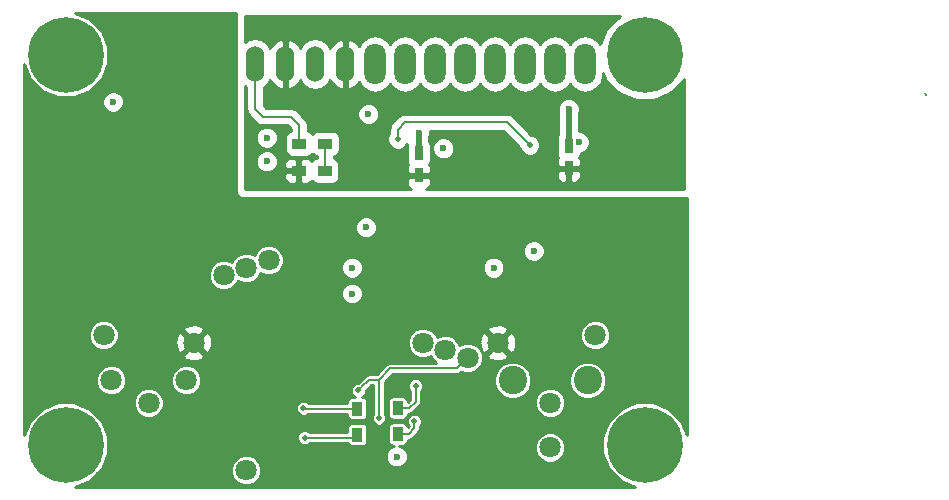
<source format=gtl>
G04 #@! TF.FileFunction,Copper,L1,Top,Signal*
%FSLAX46Y46*%
G04 Gerber Fmt 4.6, Leading zero omitted, Abs format (unit mm)*
G04 Created by KiCad (PCBNEW 4.0.6) date 08/02/17 17:45:46*
%MOMM*%
%LPD*%
G01*
G04 APERTURE LIST*
%ADD10C,0.100000*%
%ADD11C,1.798320*%
%ADD12C,1.800000*%
%ADD13C,2.400000*%
%ADD14R,0.750000X1.200000*%
%ADD15O,1.524000X3.048000*%
%ADD16O,1.800860X3.500120*%
%ADD17R,1.200000X0.900000*%
%ADD18R,0.900000X1.200000*%
%ADD19C,6.400000*%
%ADD20C,0.600000*%
%ADD21C,0.500000*%
%ADD22C,0.200000*%
%ADD23C,0.500000*%
%ADD24C,0.254000*%
G04 APERTURE END LIST*
D10*
D11*
X114810000Y-88365000D03*
X114175000Y-91540000D03*
X111000000Y-93445000D03*
X107825000Y-91540000D03*
X107190000Y-87730000D03*
X119255000Y-99160000D03*
X119255000Y-82015000D03*
X117350000Y-82650000D03*
X121160000Y-81380000D03*
D12*
X140555000Y-88365000D03*
D13*
X141825000Y-91540000D03*
D12*
X145000000Y-93445000D03*
D13*
X148175000Y-91540000D03*
D12*
X148810000Y-87730000D03*
X145000000Y-97225000D03*
X136110000Y-89000000D03*
X138015000Y-89635000D03*
X134205000Y-88365000D03*
D14*
X133858000Y-72296000D03*
X133858000Y-74196000D03*
D15*
X125095000Y-64770000D03*
X127635000Y-64770000D03*
D16*
X140335000Y-64770000D03*
X142875000Y-64770000D03*
X145415000Y-64770000D03*
X147955000Y-64770000D03*
D14*
X146558000Y-71694000D03*
X146558000Y-73594000D03*
D17*
X123700000Y-73800000D03*
X125900000Y-73800000D03*
D16*
X130175000Y-64770000D03*
X132715000Y-64770000D03*
X135255000Y-64770000D03*
X137795000Y-64770000D03*
D15*
X120015000Y-64770000D03*
X122555000Y-64770000D03*
D18*
X128651000Y-96139000D03*
X128651000Y-93939000D03*
X132080000Y-93896000D03*
X132080000Y-96096000D03*
D17*
X125950000Y-71500000D03*
X123750000Y-71500000D03*
D19*
X104000000Y-64000000D03*
X104000000Y-97000000D03*
X153000000Y-64000000D03*
X153000000Y-97000000D03*
D20*
X108000000Y-68000000D03*
X132000000Y-98000000D03*
X143600000Y-80600000D03*
X140200000Y-82000000D03*
X128200000Y-84200000D03*
X128200000Y-82000000D03*
X129400000Y-78600000D03*
X146558000Y-68580000D03*
X133858000Y-70612000D03*
X135945331Y-71900010D03*
X147400000Y-71385010D03*
X129600000Y-69000000D03*
X121000000Y-71000000D03*
X121000000Y-73000000D03*
D21*
X130500000Y-94750000D03*
X128750000Y-92400000D03*
X124200000Y-96400000D03*
X124100000Y-93900000D03*
X133600000Y-92000000D03*
X133500000Y-95000000D03*
X143256000Y-71628000D03*
X132080000Y-71120000D03*
D22*
X176800000Y-67370000D02*
X176750000Y-67250000D01*
X114810000Y-88365000D02*
X114808000Y-88392000D01*
X114810000Y-88365000D02*
X114808000Y-88392000D01*
X125950000Y-71500000D02*
X125950000Y-73750000D01*
X125950000Y-73750000D02*
X125900000Y-73800000D01*
X123015000Y-69215000D02*
X123750000Y-69950000D01*
X123750000Y-69950000D02*
X123750000Y-71500000D01*
X120650000Y-69215000D02*
X123015000Y-69215000D01*
X120650000Y-69215000D02*
X120015000Y-68580000D01*
X120015000Y-68580000D02*
X120015000Y-64770000D01*
D23*
X146558000Y-71694000D02*
X146558000Y-68580000D01*
X133858000Y-72296000D02*
X133858000Y-70612000D01*
D22*
X130500000Y-91500000D02*
X129650000Y-91500000D01*
X129650000Y-91500000D02*
X128999999Y-92150001D01*
X128999999Y-92150001D02*
X128750000Y-92400000D01*
X130500000Y-91500000D02*
X130500000Y-91750000D01*
X130500000Y-91750000D02*
X130500000Y-94750000D01*
X131465001Y-90534999D02*
X130500000Y-91500000D01*
X138015000Y-89635000D02*
X137115001Y-90534999D01*
X137115001Y-90534999D02*
X131465001Y-90534999D01*
X138049000Y-89662000D02*
X138015000Y-89635000D01*
X124200000Y-96400000D02*
X128390000Y-96400000D01*
X128390000Y-96400000D02*
X128651000Y-96139000D01*
X128651000Y-93939000D02*
X124139000Y-93939000D01*
X124139000Y-93939000D02*
X124100000Y-93900000D01*
X133604000Y-93345000D02*
X133600000Y-93341000D01*
X133600000Y-93341000D02*
X133600000Y-92000000D01*
X133053000Y-93896000D02*
X133604000Y-93345000D01*
X132080000Y-93896000D02*
X133053000Y-93896000D01*
X132080000Y-96096000D02*
X133012000Y-96096000D01*
X133012000Y-96096000D02*
X133500000Y-95608000D01*
X133500000Y-95608000D02*
X133500000Y-95000000D01*
X132080000Y-96096000D02*
X131953000Y-96096000D01*
X132080000Y-71120000D02*
X132080000Y-70320000D01*
X141339999Y-69711999D02*
X143256000Y-71628000D01*
X132080000Y-70320000D02*
X132688001Y-69711999D01*
X132688001Y-69711999D02*
X141339999Y-69711999D01*
D24*
X104803036Y-60456000D02*
X118365000Y-60456000D01*
X105292396Y-60659200D02*
X118365000Y-60659200D01*
X105781756Y-60862400D02*
X118365000Y-60862400D01*
X106130603Y-61065600D02*
X118365000Y-61065600D01*
X106333448Y-61268800D02*
X118365000Y-61268800D01*
X106536294Y-61472000D02*
X118365000Y-61472000D01*
X106739140Y-61675200D02*
X118365000Y-61675200D01*
X106941985Y-61878400D02*
X118365000Y-61878400D01*
X107081981Y-62081600D02*
X118365000Y-62081600D01*
X107165942Y-62284800D02*
X118365000Y-62284800D01*
X107249902Y-62488000D02*
X118365000Y-62488000D01*
X107333863Y-62691200D02*
X118365000Y-62691200D01*
X107417823Y-62894400D02*
X118365000Y-62894400D01*
X107501784Y-63097600D02*
X118365000Y-63097600D01*
X107581611Y-63300800D02*
X118365000Y-63300800D01*
X107581433Y-63504000D02*
X118365000Y-63504000D01*
X107581256Y-63707200D02*
X118365000Y-63707200D01*
X107581079Y-63910400D02*
X118365000Y-63910400D01*
X107580902Y-64113600D02*
X118365000Y-64113600D01*
X107580724Y-64316800D02*
X118365000Y-64316800D01*
X107580547Y-64520000D02*
X118365000Y-64520000D01*
X107577150Y-64723200D02*
X118365000Y-64723200D01*
X100456000Y-64926400D02*
X100508133Y-64926400D01*
X107492774Y-64926400D02*
X118365000Y-64926400D01*
X100456000Y-65129600D02*
X100592094Y-65129600D01*
X107408398Y-65129600D02*
X118365000Y-65129600D01*
X100456000Y-65332800D02*
X100676054Y-65332800D01*
X107324022Y-65332800D02*
X118365000Y-65332800D01*
X100456000Y-65536000D02*
X100760014Y-65536000D01*
X107239646Y-65536000D02*
X118365000Y-65536000D01*
X100456000Y-65739200D02*
X100843975Y-65739200D01*
X107155270Y-65739200D02*
X118365000Y-65739200D01*
X100456000Y-65942400D02*
X100927935Y-65942400D01*
X107070894Y-65942400D02*
X118365000Y-65942400D01*
X100456000Y-66145600D02*
X101081973Y-66145600D01*
X106919376Y-66145600D02*
X118365000Y-66145600D01*
X100456000Y-66348800D02*
X101284818Y-66348800D01*
X106715821Y-66348800D02*
X118365000Y-66348800D01*
X100456000Y-66552000D02*
X101487664Y-66552000D01*
X106512266Y-66552000D02*
X118365000Y-66552000D01*
X100456000Y-66755200D02*
X101690510Y-66755200D01*
X106308711Y-66755200D02*
X118365000Y-66755200D01*
X100456000Y-66958400D02*
X101893355Y-66958400D01*
X106105156Y-66958400D02*
X118365000Y-66958400D01*
X100456000Y-67161600D02*
X102276042Y-67161600D01*
X105725706Y-67161600D02*
X107601600Y-67161600D01*
X108398185Y-67161600D02*
X118365000Y-67161600D01*
X100456000Y-67364800D02*
X102765402Y-67364800D01*
X105233924Y-67364800D02*
X107324189Y-67364800D01*
X108675742Y-67364800D02*
X118365000Y-67364800D01*
X100456000Y-67568000D02*
X103254762Y-67568000D01*
X104742142Y-67568000D02*
X107175642Y-67568000D01*
X108824517Y-67568000D02*
X118365000Y-67568000D01*
X100456000Y-67771200D02*
X107091265Y-67771200D01*
X108908478Y-67771200D02*
X118365000Y-67771200D01*
X100456000Y-67974400D02*
X107073022Y-67974400D01*
X108927023Y-67974400D02*
X118365000Y-67974400D01*
X100456000Y-68177600D02*
X107072845Y-68177600D01*
X108926845Y-68177600D02*
X118365000Y-68177600D01*
X100456000Y-68380800D02*
X107154327Y-68380800D01*
X108845618Y-68380800D02*
X118365000Y-68380800D01*
X100456000Y-68584000D02*
X107273148Y-68584000D01*
X108727101Y-68584000D02*
X118365000Y-68584000D01*
X100456000Y-68787200D02*
X107478512Y-68787200D01*
X108522313Y-68787200D02*
X118365000Y-68787200D01*
X100456000Y-68990400D02*
X118365000Y-68990400D01*
X100456000Y-69193600D02*
X118365000Y-69193600D01*
X100456000Y-69396800D02*
X118365000Y-69396800D01*
X100456000Y-69600000D02*
X118365000Y-69600000D01*
X100456000Y-69803200D02*
X118365000Y-69803200D01*
X100456000Y-70006400D02*
X118365000Y-70006400D01*
X100456000Y-70209600D02*
X118365000Y-70209600D01*
X100456000Y-70412800D02*
X118365000Y-70412800D01*
X100456000Y-70616000D02*
X118365000Y-70616000D01*
X100456000Y-70819200D02*
X118365000Y-70819200D01*
X100456000Y-71022400D02*
X118365000Y-71022400D01*
X100456000Y-71225600D02*
X118365000Y-71225600D01*
X100456000Y-71428800D02*
X118365000Y-71428800D01*
X100456000Y-71632000D02*
X118365000Y-71632000D01*
X100456000Y-71835200D02*
X118365000Y-71835200D01*
X100456000Y-72038400D02*
X118365000Y-72038400D01*
X100456000Y-72241600D02*
X118365000Y-72241600D01*
X100456000Y-72444800D02*
X118365000Y-72444800D01*
X100456000Y-72648000D02*
X118365000Y-72648000D01*
X100456000Y-72851200D02*
X118365000Y-72851200D01*
X100456000Y-73054400D02*
X118365000Y-73054400D01*
X100456000Y-73257600D02*
X118365000Y-73257600D01*
X100456000Y-73460800D02*
X118365000Y-73460800D01*
X100456000Y-73664000D02*
X118365000Y-73664000D01*
X100456000Y-73867200D02*
X118365000Y-73867200D01*
X100456000Y-74070400D02*
X118365000Y-74070400D01*
X100456000Y-74273600D02*
X118365000Y-74273600D01*
X100456000Y-74476800D02*
X118365000Y-74476800D01*
X100456000Y-74680000D02*
X118365000Y-74680000D01*
X100456000Y-74883200D02*
X118365000Y-74883200D01*
X100456000Y-75086400D02*
X118365000Y-75086400D01*
X100456000Y-75289600D02*
X118365000Y-75289600D01*
X100456000Y-75492800D02*
X118365000Y-75492800D01*
X100456000Y-75696000D02*
X118401879Y-75696000D01*
X100456000Y-75899200D02*
X118516792Y-75899200D01*
X100456000Y-76102400D02*
X118839016Y-76102400D01*
X100456000Y-76305600D02*
X156544000Y-76305600D01*
X100456000Y-76508800D02*
X156544000Y-76508800D01*
X100456000Y-76712000D02*
X156544000Y-76712000D01*
X100456000Y-76915200D02*
X156544000Y-76915200D01*
X100456000Y-77118400D02*
X156544000Y-77118400D01*
X100456000Y-77321600D02*
X156544000Y-77321600D01*
X100456000Y-77524800D02*
X156544000Y-77524800D01*
X100456000Y-77728000D02*
X129082918Y-77728000D01*
X129717268Y-77728000D02*
X156544000Y-77728000D01*
X100456000Y-77931200D02*
X128757847Y-77931200D01*
X130042200Y-77931200D02*
X156544000Y-77931200D01*
X100456000Y-78134400D02*
X128589594Y-78134400D01*
X130210634Y-78134400D02*
X156544000Y-78134400D01*
X100456000Y-78337600D02*
X128505217Y-78337600D01*
X130294595Y-78337600D02*
X156544000Y-78337600D01*
X100456000Y-78540800D02*
X128473051Y-78540800D01*
X130327052Y-78540800D02*
X156544000Y-78540800D01*
X100456000Y-78744000D02*
X128472874Y-78744000D01*
X130326874Y-78744000D02*
X156544000Y-78744000D01*
X100456000Y-78947200D02*
X128540444Y-78947200D01*
X130259570Y-78947200D02*
X156544000Y-78947200D01*
X100456000Y-79150400D02*
X128639606Y-79150400D01*
X130160760Y-79150400D02*
X156544000Y-79150400D01*
X100456000Y-79353600D02*
X128842452Y-79353600D01*
X129957205Y-79353600D02*
X156544000Y-79353600D01*
X100456000Y-79556800D02*
X156544000Y-79556800D01*
X100456000Y-79760000D02*
X143205472Y-79760000D01*
X143994332Y-79760000D02*
X156544000Y-79760000D01*
X100456000Y-79963200D02*
X142925791Y-79963200D01*
X144274144Y-79963200D02*
X156544000Y-79963200D01*
X100456000Y-80166400D02*
X120744854Y-80166400D01*
X121575515Y-80166400D02*
X142776306Y-80166400D01*
X144423856Y-80166400D02*
X156544000Y-80166400D01*
X100456000Y-80369600D02*
X120360164Y-80369600D01*
X121960204Y-80369600D02*
X142691930Y-80369600D01*
X144507817Y-80369600D02*
X156544000Y-80369600D01*
X100456000Y-80572800D02*
X120156609Y-80572800D01*
X122163050Y-80572800D02*
X142673024Y-80572800D01*
X144527024Y-80572800D02*
X156544000Y-80572800D01*
X100456000Y-80776000D02*
X118901326Y-80776000D01*
X119609345Y-80776000D02*
X120024666Y-80776000D01*
X122295568Y-80776000D02*
X142672846Y-80776000D01*
X144526847Y-80776000D02*
X156544000Y-80776000D01*
X100456000Y-80979200D02*
X118480608Y-80979200D01*
X122379529Y-80979200D02*
X142753666Y-80979200D01*
X144446283Y-80979200D02*
X156544000Y-80979200D01*
X100456000Y-81182400D02*
X118277053Y-81182400D01*
X122440333Y-81182400D02*
X127751260Y-81182400D01*
X128648277Y-81182400D02*
X139751260Y-81182400D01*
X140648277Y-81182400D02*
X142871550Y-81182400D01*
X144328704Y-81182400D02*
X156544000Y-81182400D01*
X100456000Y-81385600D02*
X117057799Y-81385600D01*
X117643175Y-81385600D02*
X118130213Y-81385600D01*
X122440155Y-81385600D02*
X127503352Y-81385600D01*
X128896505Y-81385600D02*
X139503352Y-81385600D01*
X140896505Y-81385600D02*
X143074658Y-81385600D01*
X144125149Y-81385600D02*
X156544000Y-81385600D01*
X100456000Y-81588800D02*
X116601052Y-81588800D01*
X122439978Y-81588800D02*
X127367005Y-81588800D01*
X129033112Y-81588800D02*
X139367005Y-81588800D01*
X141033112Y-81588800D02*
X156544000Y-81588800D01*
X100456000Y-81792000D02*
X116397498Y-81792000D01*
X122375059Y-81792000D02*
X127282629Y-81792000D01*
X129117073Y-81792000D02*
X139282629Y-81792000D01*
X141117073Y-81792000D02*
X156544000Y-81792000D01*
X100456000Y-81995200D02*
X116235761Y-81995200D01*
X122290683Y-81995200D02*
X127273004Y-81995200D01*
X129127004Y-81995200D02*
X139273004Y-81995200D01*
X141127004Y-81995200D02*
X156544000Y-81995200D01*
X100456000Y-82198400D02*
X116151385Y-82198400D01*
X122152171Y-82198400D02*
X127278961Y-82198400D01*
X129121358Y-82198400D02*
X139278961Y-82198400D01*
X141121358Y-82198400D02*
X156544000Y-82198400D01*
X100456000Y-82401600D02*
X116070057Y-82401600D01*
X121948617Y-82401600D02*
X127362921Y-82401600D01*
X129036981Y-82401600D02*
X139362921Y-82401600D01*
X141036981Y-82401600D02*
X156544000Y-82401600D01*
X100456000Y-82604800D02*
X116069880Y-82604800D01*
X120396230Y-82604800D02*
X120771458Y-82604800D01*
X121548040Y-82604800D02*
X127493911Y-82604800D01*
X128906265Y-82604800D02*
X139493911Y-82604800D01*
X140906265Y-82604800D02*
X156544000Y-82604800D01*
X100456000Y-82808000D02*
X116069702Y-82808000D01*
X120272616Y-82808000D02*
X127728603Y-82808000D01*
X128671974Y-82808000D02*
X139728603Y-82808000D01*
X140671974Y-82808000D02*
X156544000Y-82808000D01*
X100456000Y-83011200D02*
X116114109Y-83011200D01*
X120069061Y-83011200D02*
X156544000Y-83011200D01*
X100456000Y-83214400D02*
X116198070Y-83214400D01*
X118501777Y-83214400D02*
X118805287Y-83214400D01*
X119704513Y-83214400D02*
X156544000Y-83214400D01*
X100456000Y-83417600D02*
X116307419Y-83417600D01*
X118393060Y-83417600D02*
X127671646Y-83417600D01*
X128728798Y-83417600D02*
X156544000Y-83417600D01*
X100456000Y-83620800D02*
X116510265Y-83620800D01*
X118189505Y-83620800D02*
X127468091Y-83620800D01*
X128931644Y-83620800D02*
X156544000Y-83620800D01*
X100456000Y-83824000D02*
X116839118Y-83824000D01*
X117860986Y-83824000D02*
X127352388Y-83824000D01*
X129047656Y-83824000D02*
X156544000Y-83824000D01*
X100456000Y-84027200D02*
X127273151Y-84027200D01*
X129127151Y-84027200D02*
X156544000Y-84027200D01*
X100456000Y-84230400D02*
X127272973Y-84230400D01*
X129126974Y-84230400D02*
X156544000Y-84230400D01*
X100456000Y-84433600D02*
X127293505Y-84433600D01*
X129106741Y-84433600D02*
X156544000Y-84433600D01*
X100456000Y-84636800D02*
X127377466Y-84636800D01*
X129022365Y-84636800D02*
X156544000Y-84636800D01*
X100456000Y-84840000D02*
X127529050Y-84840000D01*
X128871003Y-84840000D02*
X156544000Y-84840000D01*
X100456000Y-85043200D02*
X127813374Y-85043200D01*
X128586783Y-85043200D02*
X156544000Y-85043200D01*
X100456000Y-85246400D02*
X156544000Y-85246400D01*
X100456000Y-85449600D02*
X156544000Y-85449600D01*
X100456000Y-85652800D02*
X156544000Y-85652800D01*
X100456000Y-85856000D02*
X156544000Y-85856000D01*
X100456000Y-86059200D02*
X156544000Y-86059200D01*
X100456000Y-86262400D02*
X156544000Y-86262400D01*
X100456000Y-86465600D02*
X106897799Y-86465600D01*
X107483175Y-86465600D02*
X148515599Y-86465600D01*
X149105365Y-86465600D02*
X156544000Y-86465600D01*
X100456000Y-86668800D02*
X106441052Y-86668800D01*
X107939493Y-86668800D02*
X148059864Y-86668800D01*
X149560678Y-86668800D02*
X156544000Y-86668800D01*
X100456000Y-86872000D02*
X106237498Y-86872000D01*
X108142339Y-86872000D02*
X114375514Y-86872000D01*
X115194316Y-86872000D02*
X140118331Y-86872000D01*
X140941780Y-86872000D02*
X147856310Y-86872000D01*
X149763525Y-86872000D02*
X156544000Y-86872000D01*
X100456000Y-87075200D02*
X106075761Y-87075200D01*
X108304578Y-87075200D02*
X113980825Y-87075200D01*
X115639176Y-87075200D02*
X139725072Y-87075200D01*
X141384929Y-87075200D02*
X147694852Y-87075200D01*
X149925486Y-87075200D02*
X156544000Y-87075200D01*
X100456000Y-87278400D02*
X105991385Y-87278400D01*
X108388539Y-87278400D02*
X113912427Y-87278400D01*
X115707574Y-87278400D02*
X133480308Y-87278400D01*
X134928553Y-87278400D02*
X139656616Y-87278400D01*
X141453385Y-87278400D02*
X147610476Y-87278400D01*
X150009447Y-87278400D02*
X156544000Y-87278400D01*
X100456000Y-87481600D02*
X105910057Y-87481600D01*
X108470377Y-87481600D02*
X113681294Y-87481600D01*
X113746995Y-87481600D02*
X114106205Y-87481600D01*
X115513795Y-87481600D02*
X115873005Y-87481600D01*
X115938707Y-87481600D02*
X133276754Y-87481600D01*
X135133169Y-87481600D02*
X139423922Y-87481600D01*
X139491995Y-87481600D02*
X139851205Y-87481600D01*
X141258795Y-87481600D02*
X141618005Y-87481600D01*
X141686079Y-87481600D02*
X147529217Y-87481600D01*
X150091217Y-87481600D02*
X156544000Y-87481600D01*
X100456000Y-87684800D02*
X105909880Y-87684800D01*
X108470199Y-87684800D02*
X113425238Y-87684800D01*
X113950195Y-87684800D02*
X114309405Y-87684800D01*
X115310595Y-87684800D02*
X115669805Y-87684800D01*
X116201222Y-87684800D02*
X133100399Y-87684800D01*
X135309991Y-87684800D02*
X139169351Y-87684800D01*
X139695195Y-87684800D02*
X140054405Y-87684800D01*
X141055595Y-87684800D02*
X141414805Y-87684800D01*
X141947127Y-87684800D02*
X147529039Y-87684800D01*
X150091039Y-87684800D02*
X156544000Y-87684800D01*
X100456000Y-87888000D02*
X105909702Y-87888000D01*
X108470022Y-87888000D02*
X113350905Y-87888000D01*
X114153395Y-87888000D02*
X114512605Y-87888000D01*
X115107395Y-87888000D02*
X115466605Y-87888000D01*
X116285391Y-87888000D02*
X133016023Y-87888000D01*
X135393952Y-87888000D02*
X135446763Y-87888000D01*
X136772383Y-87888000D02*
X139095008Y-87888000D01*
X139898395Y-87888000D02*
X140257605Y-87888000D01*
X140852395Y-87888000D02*
X141211605Y-87888000D01*
X142031296Y-87888000D02*
X147528862Y-87888000D01*
X150090862Y-87888000D02*
X156544000Y-87888000D01*
X100456000Y-88091200D02*
X105954109Y-88091200D01*
X108426153Y-88091200D02*
X113276573Y-88091200D01*
X114356595Y-88091200D02*
X114715805Y-88091200D01*
X114904195Y-88091200D02*
X115263405Y-88091200D01*
X116334006Y-88091200D02*
X132931646Y-88091200D01*
X137012813Y-88091200D02*
X139020666Y-88091200D01*
X140101595Y-88091200D02*
X140460805Y-88091200D01*
X140649195Y-88091200D02*
X141008405Y-88091200D01*
X142079856Y-88091200D02*
X147573200Y-88091200D01*
X150047062Y-88091200D02*
X156544000Y-88091200D01*
X100456000Y-88294400D02*
X106038070Y-88294400D01*
X108341777Y-88294400D02*
X113271517Y-88294400D01*
X114559795Y-88294400D02*
X115060205Y-88294400D01*
X116342548Y-88294400D02*
X132924062Y-88294400D01*
X137204496Y-88294400D02*
X139015682Y-88294400D01*
X140304795Y-88294400D02*
X140805205Y-88294400D01*
X142088389Y-88294400D02*
X147657161Y-88294400D01*
X149962686Y-88294400D02*
X156544000Y-88294400D01*
X100456000Y-88497600D02*
X106147419Y-88497600D01*
X108233060Y-88497600D02*
X113280058Y-88497600D01*
X114497795Y-88497600D02*
X115122205Y-88497600D01*
X116351089Y-88497600D02*
X132923884Y-88497600D01*
X137288457Y-88497600D02*
X137413236Y-88497600D01*
X138616214Y-88497600D02*
X139024215Y-88497600D01*
X140242795Y-88497600D02*
X140867205Y-88497600D01*
X142096921Y-88497600D02*
X147766233Y-88497600D01*
X149854248Y-88497600D02*
X156544000Y-88497600D01*
X100456000Y-88700800D02*
X106350265Y-88700800D01*
X108029505Y-88700800D02*
X113288600Y-88700800D01*
X114294595Y-88700800D02*
X114653805Y-88700800D01*
X114966195Y-88700800D02*
X115325405Y-88700800D01*
X116320747Y-88700800D02*
X132957705Y-88700800D01*
X138892457Y-88700800D02*
X139032747Y-88700800D01*
X140039595Y-88700800D02*
X140398805Y-88700800D01*
X140711195Y-88700800D02*
X141070405Y-88700800D01*
X142066651Y-88700800D02*
X147969079Y-88700800D01*
X149650694Y-88700800D02*
X156544000Y-88700800D01*
X100456000Y-88904000D02*
X106679118Y-88904000D01*
X107700986Y-88904000D02*
X113360291Y-88904000D01*
X114091395Y-88904000D02*
X114450605Y-88904000D01*
X115169395Y-88904000D02*
X115528605Y-88904000D01*
X116246414Y-88904000D02*
X133041666Y-88904000D01*
X139095304Y-88904000D02*
X139104386Y-88904000D01*
X139836395Y-88904000D02*
X140195605Y-88904000D01*
X140914395Y-88904000D02*
X141273605Y-88904000D01*
X141992308Y-88904000D02*
X148296929Y-88904000D01*
X149323185Y-88904000D02*
X156544000Y-88904000D01*
X100456000Y-89107200D02*
X113444459Y-89107200D01*
X113888195Y-89107200D02*
X114247405Y-89107200D01*
X115372595Y-89107200D02*
X115731805Y-89107200D01*
X116172082Y-89107200D02*
X133135877Y-89107200D01*
X139182962Y-89107200D02*
X139188555Y-89107200D01*
X139633195Y-89107200D02*
X139992405Y-89107200D01*
X141117595Y-89107200D02*
X141476805Y-89107200D01*
X141917965Y-89107200D02*
X156544000Y-89107200D01*
X100456000Y-89310400D02*
X114044205Y-89310400D01*
X115575795Y-89310400D02*
X133338723Y-89310400D01*
X139266923Y-89310400D02*
X139789205Y-89310400D01*
X141320795Y-89310400D02*
X156544000Y-89310400D01*
X100456000Y-89513600D02*
X113933296Y-89513600D01*
X115686703Y-89513600D02*
X133630759Y-89513600D01*
X134779658Y-89513600D02*
X134936171Y-89513600D01*
X139296106Y-89513600D02*
X139677502Y-89513600D01*
X141432497Y-89513600D02*
X156544000Y-89513600D01*
X100456000Y-89716800D02*
X114039691Y-89716800D01*
X115585372Y-89716800D02*
X135020132Y-89716800D01*
X139295928Y-89716800D02*
X139782280Y-89716800D01*
X141332555Y-89716800D02*
X156544000Y-89716800D01*
X100456000Y-89920000D02*
X135218368Y-89920000D01*
X139283703Y-89920000D02*
X156544000Y-89920000D01*
X100456000Y-90123200D02*
X131232160Y-90123200D01*
X139199327Y-90123200D02*
X141113842Y-90123200D01*
X142535636Y-90123200D02*
X147463842Y-90123200D01*
X148885636Y-90123200D02*
X156544000Y-90123200D01*
X100456000Y-90326400D02*
X107409854Y-90326400D01*
X108240515Y-90326400D02*
X113759854Y-90326400D01*
X114590515Y-90326400D02*
X130993364Y-90326400D01*
X139114950Y-90326400D02*
X140802895Y-90326400D01*
X142847440Y-90326400D02*
X147152895Y-90326400D01*
X149197440Y-90326400D02*
X156544000Y-90326400D01*
X100456000Y-90529600D02*
X107025164Y-90529600D01*
X108625204Y-90529600D02*
X113375164Y-90529600D01*
X114975204Y-90529600D02*
X130790164Y-90529600D01*
X138932026Y-90529600D02*
X140599340Y-90529600D01*
X143050286Y-90529600D02*
X146949340Y-90529600D01*
X149400286Y-90529600D02*
X156544000Y-90529600D01*
X100456000Y-90732800D02*
X106821609Y-90732800D01*
X108828050Y-90732800D02*
X113171609Y-90732800D01*
X115178050Y-90732800D02*
X130586964Y-90732800D01*
X138712603Y-90732800D02*
X140448298Y-90732800D01*
X143202117Y-90732800D02*
X146798298Y-90732800D01*
X149552117Y-90732800D02*
X156544000Y-90732800D01*
X100456000Y-90936000D02*
X106689667Y-90936000D01*
X108960568Y-90936000D02*
X113039667Y-90936000D01*
X115310568Y-90936000D02*
X130383764Y-90936000D01*
X137364001Y-90936000D02*
X140363922Y-90936000D01*
X143286077Y-90936000D02*
X146713922Y-90936000D01*
X149636077Y-90936000D02*
X156544000Y-90936000D01*
X100456000Y-91139200D02*
X106605291Y-91139200D01*
X109044529Y-91139200D02*
X112955291Y-91139200D01*
X115394529Y-91139200D02*
X129340834Y-91139200D01*
X131541036Y-91139200D02*
X140279546Y-91139200D01*
X143370038Y-91139200D02*
X146629546Y-91139200D01*
X149720038Y-91139200D02*
X156544000Y-91139200D01*
X100456000Y-91342400D02*
X106545013Y-91342400D01*
X109105333Y-91342400D02*
X112895013Y-91342400D01*
X115455333Y-91342400D02*
X129127364Y-91342400D01*
X131337836Y-91342400D02*
X140244172Y-91342400D01*
X143406173Y-91342400D02*
X146594172Y-91342400D01*
X149756173Y-91342400D02*
X156544000Y-91342400D01*
X100456000Y-91545600D02*
X106544835Y-91545600D01*
X109105155Y-91545600D02*
X112894835Y-91545600D01*
X115455155Y-91545600D02*
X128924164Y-91545600D01*
X131134636Y-91545600D02*
X133162046Y-91545600D01*
X134037984Y-91545600D02*
X140243995Y-91545600D01*
X143405995Y-91545600D02*
X146593995Y-91545600D01*
X149755995Y-91545600D02*
X156544000Y-91545600D01*
X100456000Y-91748800D02*
X106544658Y-91748800D01*
X109104977Y-91748800D02*
X112894658Y-91748800D01*
X115454978Y-91748800D02*
X128720964Y-91748800D01*
X130981000Y-91748800D02*
X133021071Y-91748800D01*
X134178950Y-91748800D02*
X140243818Y-91748800D01*
X143405818Y-91748800D02*
X146593818Y-91748800D01*
X149755818Y-91748800D02*
X156544000Y-91748800D01*
X100456000Y-91952000D02*
X106610099Y-91952000D01*
X109040059Y-91952000D02*
X112960099Y-91952000D01*
X115390059Y-91952000D02*
X128305634Y-91952000D01*
X130981000Y-91952000D02*
X132969042Y-91952000D01*
X134231041Y-91952000D02*
X140284590Y-91952000D01*
X143365804Y-91952000D02*
X146634590Y-91952000D01*
X149715804Y-91952000D02*
X156544000Y-91952000D01*
X100456000Y-92155200D02*
X106694060Y-92155200D01*
X108955683Y-92155200D02*
X113044060Y-92155200D01*
X115305683Y-92155200D02*
X128168414Y-92155200D01*
X129675036Y-92155200D02*
X130019000Y-92155200D01*
X130981000Y-92155200D02*
X132981384Y-92155200D01*
X134218791Y-92155200D02*
X140368550Y-92155200D01*
X143281428Y-92155200D02*
X146718550Y-92155200D01*
X149631428Y-92155200D02*
X156544000Y-92155200D01*
X100456000Y-92358400D02*
X106833130Y-92358400D01*
X108817171Y-92358400D02*
X110277490Y-92358400D01*
X111721365Y-92358400D02*
X113183130Y-92358400D01*
X115167171Y-92358400D02*
X128119037Y-92358400D01*
X129471836Y-92358400D02*
X130019000Y-92358400D01*
X130981000Y-92358400D02*
X133066183Y-92358400D01*
X134134122Y-92358400D02*
X140452511Y-92358400D01*
X143197052Y-92358400D02*
X144275308Y-92358400D01*
X145723553Y-92358400D02*
X146802511Y-92358400D01*
X149547052Y-92358400D02*
X156544000Y-92358400D01*
X100456000Y-92561600D02*
X107035976Y-92561600D01*
X108613617Y-92561600D02*
X110072942Y-92561600D01*
X111926983Y-92561600D02*
X113385976Y-92561600D01*
X114963617Y-92561600D02*
X128134028Y-92561600D01*
X129366134Y-92561600D02*
X130019000Y-92561600D01*
X130981000Y-92561600D02*
X133119000Y-92561600D01*
X134081000Y-92561600D02*
X140610895Y-92561600D01*
X143039440Y-92561600D02*
X144071754Y-92561600D01*
X145928169Y-92561600D02*
X146960895Y-92561600D01*
X149389440Y-92561600D02*
X156544000Y-92561600D01*
X100456000Y-92764800D02*
X107436458Y-92764800D01*
X108213040Y-92764800D02*
X109896308Y-92764800D01*
X112104083Y-92764800D02*
X113786458Y-92764800D01*
X114563040Y-92764800D02*
X128222572Y-92764800D01*
X129277710Y-92764800D02*
X130019000Y-92764800D01*
X130981000Y-92764800D02*
X133119000Y-92764800D01*
X134081000Y-92764800D02*
X140813741Y-92764800D01*
X142835886Y-92764800D02*
X143895399Y-92764800D01*
X146104991Y-92764800D02*
X147163741Y-92764800D01*
X149185886Y-92764800D02*
X156544000Y-92764800D01*
X100456000Y-92968000D02*
X109811932Y-92968000D01*
X112188043Y-92968000D02*
X128108188Y-92968000D01*
X129187241Y-92968000D02*
X130019000Y-92968000D01*
X130981000Y-92968000D02*
X131436133Y-92968000D01*
X132724835Y-92968000D02*
X133119000Y-92968000D01*
X134081000Y-92968000D02*
X141141337Y-92968000D01*
X142509052Y-92968000D02*
X143811023Y-92968000D01*
X146188952Y-92968000D02*
X147491337Y-92968000D01*
X148859052Y-92968000D02*
X156544000Y-92968000D01*
X100456000Y-93171200D02*
X109727556Y-93171200D01*
X112272004Y-93171200D02*
X127854529Y-93171200D01*
X129445775Y-93171200D02*
X130019000Y-93171200D01*
X130981000Y-93171200D02*
X131266809Y-93171200D01*
X132894982Y-93171200D02*
X133097564Y-93171200D01*
X134081000Y-93171200D02*
X143726646Y-93171200D01*
X146272913Y-93171200D02*
X156544000Y-93171200D01*
X100456000Y-93374400D02*
X109719902Y-93374400D01*
X112280222Y-93374400D02*
X123733370Y-93374400D01*
X124466908Y-93374400D02*
X127812536Y-93374400D01*
X129489464Y-93374400D02*
X130019000Y-93374400D01*
X130981000Y-93374400D02*
X131241536Y-93374400D01*
X134079151Y-93374400D02*
X143719062Y-93374400D01*
X146281062Y-93374400D02*
X156544000Y-93374400D01*
X100456000Y-93577600D02*
X102905479Y-93577600D01*
X105095882Y-93577600D02*
X109719724Y-93577600D01*
X112280044Y-93577600D02*
X123550636Y-93577600D01*
X129489464Y-93577600D02*
X130019000Y-93577600D01*
X130981000Y-93577600D02*
X131241536Y-93577600D01*
X134015959Y-93577600D02*
X143718884Y-93577600D01*
X146280884Y-93577600D02*
X151905479Y-93577600D01*
X154095881Y-93577600D02*
X156544000Y-93577600D01*
X100456000Y-93780800D02*
X102413697Y-93780800D01*
X105585242Y-93780800D02*
X109753614Y-93780800D01*
X112246700Y-93780800D02*
X123469105Y-93780800D01*
X129489464Y-93780800D02*
X130019000Y-93780800D01*
X130981000Y-93780800D02*
X131241536Y-93780800D01*
X133848436Y-93780800D02*
X143752705Y-93780800D01*
X146247609Y-93780800D02*
X151413697Y-93780800D01*
X154585241Y-93780800D02*
X156544000Y-93780800D01*
X100456000Y-93984000D02*
X101952545Y-93984000D01*
X106049145Y-93984000D02*
X109837574Y-93984000D01*
X112162323Y-93984000D02*
X123468927Y-93984000D01*
X129489464Y-93984000D02*
X130019000Y-93984000D01*
X130981000Y-93984000D02*
X131241536Y-93984000D01*
X133645236Y-93984000D02*
X143836666Y-93984000D01*
X146163233Y-93984000D02*
X150952545Y-93984000D01*
X155049145Y-93984000D02*
X156544000Y-93984000D01*
X100456000Y-94187200D02*
X101748990Y-94187200D01*
X106251991Y-94187200D02*
X109932063Y-94187200D01*
X112068504Y-94187200D02*
X123535925Y-94187200D01*
X129489464Y-94187200D02*
X130019000Y-94187200D01*
X130981000Y-94187200D02*
X131241536Y-94187200D01*
X133442036Y-94187200D02*
X143930877Y-94187200D01*
X146069692Y-94187200D02*
X150748990Y-94187200D01*
X155251991Y-94187200D02*
X156544000Y-94187200D01*
X100456000Y-94390400D02*
X101545435Y-94390400D01*
X106454836Y-94390400D02*
X110134909Y-94390400D01*
X111864950Y-94390400D02*
X123697953Y-94390400D01*
X129489464Y-94390400D02*
X129967080Y-94390400D01*
X131032619Y-94390400D02*
X131241536Y-94390400D01*
X132918464Y-94390400D02*
X133322981Y-94390400D01*
X133677337Y-94390400D02*
X144133723Y-94390400D01*
X145866138Y-94390400D02*
X150545435Y-94390400D01*
X155454836Y-94390400D02*
X156544000Y-94390400D01*
X100456000Y-94593600D02*
X101341880Y-94593600D01*
X106657682Y-94593600D02*
X110427948Y-94593600D01*
X111572459Y-94593600D02*
X127822809Y-94593600D01*
X129478407Y-94593600D02*
X129881707Y-94593600D01*
X131118120Y-94593600D02*
X131259900Y-94593600D01*
X132898699Y-94593600D02*
X133013962Y-94593600D01*
X133985900Y-94593600D02*
X144425759Y-94593600D01*
X145574657Y-94593600D02*
X150341880Y-94593600D01*
X155657682Y-94593600D02*
X156544000Y-94593600D01*
X100456000Y-94796800D02*
X101138325Y-94796800D01*
X106860528Y-94796800D02*
X127914138Y-94796800D01*
X129385977Y-94796800D02*
X129868960Y-94796800D01*
X131130959Y-94796800D02*
X131395357Y-94796800D01*
X132766138Y-94796800D02*
X132901140Y-94796800D01*
X134098783Y-94796800D02*
X150138325Y-94796800D01*
X155860528Y-94796800D02*
X156544000Y-94796800D01*
X100456000Y-95000000D02*
X100953024Y-95000000D01*
X107048265Y-95000000D02*
X129920554Y-95000000D01*
X131079427Y-95000000D02*
X132869001Y-95000000D01*
X134130999Y-95000000D02*
X149953024Y-95000000D01*
X156048265Y-95000000D02*
X156544000Y-95000000D01*
X100456000Y-95203200D02*
X100868647Y-95203200D01*
X107132225Y-95203200D02*
X128019254Y-95203200D01*
X129284419Y-95203200D02*
X130060818Y-95203200D01*
X130939156Y-95203200D02*
X131381430Y-95203200D01*
X132776352Y-95203200D02*
X132901217Y-95203200D01*
X134098860Y-95203200D02*
X149868648Y-95203200D01*
X156132225Y-95203200D02*
X156544000Y-95203200D01*
X100456000Y-95406400D02*
X100784271Y-95406400D01*
X107216186Y-95406400D02*
X127839388Y-95406400D01*
X129464514Y-95406400D02*
X131259681Y-95406400D01*
X132901605Y-95406400D02*
X133014099Y-95406400D01*
X133986038Y-95406400D02*
X149784272Y-95406400D01*
X156216186Y-95406400D02*
X156544000Y-95406400D01*
X100456000Y-95609600D02*
X100699895Y-95609600D01*
X107300146Y-95609600D02*
X127812536Y-95609600D01*
X129489464Y-95609600D02*
X131241536Y-95609600D01*
X133980681Y-95609600D02*
X149699896Y-95609600D01*
X156300146Y-95609600D02*
X156544000Y-95609600D01*
X100456000Y-95812800D02*
X100615519Y-95812800D01*
X107384107Y-95812800D02*
X123968769Y-95812800D01*
X124431282Y-95812800D02*
X127812536Y-95812800D01*
X129489464Y-95812800D02*
X131241536Y-95812800D01*
X133930535Y-95812800D02*
X149615520Y-95812800D01*
X156384107Y-95812800D02*
X156544000Y-95812800D01*
X100456000Y-96016000D02*
X100531143Y-96016000D01*
X107468067Y-96016000D02*
X123691523Y-96016000D01*
X129489464Y-96016000D02*
X131241536Y-96016000D01*
X133772236Y-96016000D02*
X144571521Y-96016000D01*
X145428782Y-96016000D02*
X149531143Y-96016000D01*
X156468067Y-96016000D02*
X156544000Y-96016000D01*
X107552028Y-96219200D02*
X123591839Y-96219200D01*
X129489464Y-96219200D02*
X131241536Y-96219200D01*
X133569036Y-96219200D02*
X144194368Y-96219200D01*
X145805982Y-96219200D02*
X149446767Y-96219200D01*
X107581504Y-96422400D02*
X123568981Y-96422400D01*
X129489464Y-96422400D02*
X131241536Y-96422400D01*
X133365836Y-96422400D02*
X143990813Y-96422400D01*
X146008828Y-96422400D02*
X149419503Y-96422400D01*
X107581327Y-96625600D02*
X123610473Y-96625600D01*
X129489464Y-96625600D02*
X131241536Y-96625600D01*
X132918464Y-96625600D02*
X143861848Y-96625600D01*
X146138377Y-96625600D02*
X149419326Y-96625600D01*
X107581150Y-96828800D02*
X123736461Y-96828800D01*
X129471279Y-96828800D02*
X131266524Y-96828800D01*
X132891571Y-96828800D02*
X143777471Y-96828800D01*
X146222338Y-96828800D02*
X149419149Y-96828800D01*
X107580972Y-97032000D02*
X127954941Y-97032000D01*
X129349259Y-97032000D02*
X131446874Y-97032000D01*
X132711435Y-97032000D02*
X143719169Y-97032000D01*
X146281169Y-97032000D02*
X149418971Y-97032000D01*
X107580795Y-97235200D02*
X131454015Y-97235200D01*
X132546368Y-97235200D02*
X143718991Y-97235200D01*
X146280991Y-97235200D02*
X149418794Y-97235200D01*
X107580618Y-97438400D02*
X131250460Y-97438400D01*
X132749213Y-97438400D02*
X143718814Y-97438400D01*
X146280814Y-97438400D02*
X149418617Y-97438400D01*
X107580441Y-97641600D02*
X131145080Y-97641600D01*
X132854929Y-97641600D02*
X143786091Y-97641600D01*
X146214058Y-97641600D02*
X149418439Y-97641600D01*
X107526657Y-97844800D02*
X131073135Y-97844800D01*
X132927136Y-97844800D02*
X143870052Y-97844800D01*
X146129681Y-97844800D02*
X149474417Y-97844800D01*
X107442281Y-98048000D02*
X118593962Y-98048000D01*
X119915195Y-98048000D02*
X131072958Y-98048000D01*
X132926958Y-98048000D02*
X144011536Y-98048000D01*
X145988751Y-98048000D02*
X149558377Y-98048000D01*
X107357905Y-98251200D02*
X118353386Y-98251200D01*
X120156628Y-98251200D02*
X131100777Y-98251200D01*
X132899433Y-98251200D02*
X144214382Y-98251200D01*
X145785197Y-98251200D02*
X149642338Y-98251200D01*
X107273529Y-98454400D02*
X118161855Y-98454400D01*
X120348588Y-98454400D02*
X131184738Y-98454400D01*
X132815057Y-98454400D02*
X144620346Y-98454400D01*
X145379107Y-98454400D02*
X149726298Y-98454400D01*
X107189153Y-98657600D02*
X118077479Y-98657600D01*
X120432548Y-98657600D02*
X131346619Y-98657600D01*
X132653372Y-98657600D02*
X149810259Y-98657600D01*
X107104777Y-98860800D02*
X117993103Y-98860800D01*
X120516509Y-98860800D02*
X131655759Y-98860800D01*
X132344188Y-98860800D02*
X149894219Y-98860800D01*
X107001118Y-99064000D02*
X117974924Y-99064000D01*
X120535244Y-99064000D02*
X150000515Y-99064000D01*
X106797563Y-99267200D02*
X117974746Y-99267200D01*
X120535066Y-99267200D02*
X150203361Y-99267200D01*
X106594008Y-99470400D02*
X117998119Y-99470400D01*
X120512247Y-99470400D02*
X150406206Y-99470400D01*
X106390453Y-99673600D02*
X118082079Y-99673600D01*
X120427871Y-99673600D02*
X150609052Y-99673600D01*
X106186898Y-99876800D02*
X118166040Y-99876800D01*
X120343495Y-99876800D02*
X150811898Y-99876800D01*
X105923193Y-100080000D02*
X118364553Y-100080000D01*
X120145394Y-100080000D02*
X151079528Y-100080000D01*
X105431411Y-100283200D02*
X118621778Y-100283200D01*
X119888931Y-100283200D02*
X151568888Y-100283200D01*
X104939629Y-100486400D02*
X152058247Y-100486400D01*
X118365000Y-75500000D02*
X118408427Y-75730795D01*
X118544827Y-75942767D01*
X118752949Y-76084971D01*
X119000000Y-76135000D01*
X156544000Y-76135000D01*
X156544000Y-96199773D01*
X156037594Y-94974176D01*
X155031122Y-93965946D01*
X153715430Y-93419623D01*
X152290820Y-93418380D01*
X150974176Y-93962406D01*
X149965946Y-94968878D01*
X149419623Y-96284570D01*
X149418380Y-97709180D01*
X149962406Y-99025824D01*
X150968878Y-100034054D01*
X152196964Y-100544000D01*
X104800227Y-100544000D01*
X106025824Y-100037594D01*
X106650986Y-99413522D01*
X117974618Y-99413522D01*
X118169100Y-99884205D01*
X118528901Y-100244634D01*
X118999243Y-100439937D01*
X119508522Y-100440382D01*
X119979205Y-100245900D01*
X120339634Y-99886099D01*
X120534937Y-99415757D01*
X120535382Y-98906478D01*
X120340900Y-98435795D01*
X120089128Y-98183583D01*
X131072839Y-98183583D01*
X131213669Y-98524417D01*
X131474211Y-98785414D01*
X131814799Y-98926839D01*
X132183583Y-98927161D01*
X132524417Y-98786331D01*
X132785414Y-98525789D01*
X132926839Y-98185201D01*
X132927161Y-97816417D01*
X132787615Y-97478689D01*
X143718778Y-97478689D01*
X143913388Y-97949680D01*
X144273425Y-98310345D01*
X144744076Y-98505777D01*
X145253689Y-98506222D01*
X145724680Y-98311612D01*
X146085345Y-97951575D01*
X146280777Y-97480924D01*
X146281222Y-96971311D01*
X146086612Y-96500320D01*
X145726575Y-96139655D01*
X145255924Y-95944223D01*
X144746311Y-95943778D01*
X144275320Y-96138388D01*
X143914655Y-96498425D01*
X143719223Y-96969076D01*
X143718778Y-97478689D01*
X132787615Y-97478689D01*
X132786331Y-97475583D01*
X132525789Y-97214586D01*
X132212422Y-97084464D01*
X132530000Y-97084464D01*
X132671190Y-97057897D01*
X132800865Y-96974454D01*
X132887859Y-96847134D01*
X132918464Y-96696000D01*
X132918464Y-96577000D01*
X133012000Y-96577000D01*
X133196071Y-96540386D01*
X133352118Y-96436118D01*
X133840118Y-95948119D01*
X133944386Y-95792071D01*
X133971054Y-95658000D01*
X133981000Y-95608000D01*
X133981000Y-95411430D01*
X134034624Y-95357899D01*
X134130890Y-95126064D01*
X134131109Y-94875037D01*
X134035248Y-94643034D01*
X133857899Y-94465376D01*
X133626064Y-94369110D01*
X133375037Y-94368891D01*
X133143034Y-94464752D01*
X132965376Y-94642101D01*
X132869110Y-94873936D01*
X132868891Y-95124963D01*
X132964752Y-95356966D01*
X133017728Y-95410035D01*
X132918464Y-95509299D01*
X132918464Y-95496000D01*
X132891897Y-95354810D01*
X132808454Y-95225135D01*
X132681134Y-95138141D01*
X132530000Y-95107536D01*
X131630000Y-95107536D01*
X131488810Y-95134103D01*
X131359135Y-95217546D01*
X131272141Y-95344866D01*
X131241536Y-95496000D01*
X131241536Y-96696000D01*
X131268103Y-96837190D01*
X131351546Y-96966865D01*
X131478866Y-97053859D01*
X131630000Y-97084464D01*
X131788282Y-97084464D01*
X131475583Y-97213669D01*
X131214586Y-97474211D01*
X131073161Y-97814799D01*
X131072839Y-98183583D01*
X120089128Y-98183583D01*
X119981099Y-98075366D01*
X119510757Y-97880063D01*
X119001478Y-97879618D01*
X118530795Y-98074100D01*
X118170366Y-98433901D01*
X117975063Y-98904243D01*
X117974618Y-99413522D01*
X106650986Y-99413522D01*
X107034054Y-99031122D01*
X107580377Y-97715430D01*
X107581415Y-96524963D01*
X123568891Y-96524963D01*
X123664752Y-96756966D01*
X123842101Y-96934624D01*
X124073936Y-97030890D01*
X124324963Y-97031109D01*
X124556966Y-96935248D01*
X124611309Y-96881000D01*
X127839624Y-96881000D01*
X127922546Y-97009865D01*
X128049866Y-97096859D01*
X128201000Y-97127464D01*
X129101000Y-97127464D01*
X129242190Y-97100897D01*
X129371865Y-97017454D01*
X129458859Y-96890134D01*
X129489464Y-96739000D01*
X129489464Y-95539000D01*
X129462897Y-95397810D01*
X129379454Y-95268135D01*
X129252134Y-95181141D01*
X129101000Y-95150536D01*
X128201000Y-95150536D01*
X128059810Y-95177103D01*
X127930135Y-95260546D01*
X127843141Y-95387866D01*
X127812536Y-95539000D01*
X127812536Y-95919000D01*
X124611430Y-95919000D01*
X124557899Y-95865376D01*
X124326064Y-95769110D01*
X124075037Y-95768891D01*
X123843034Y-95864752D01*
X123665376Y-96042101D01*
X123569110Y-96273936D01*
X123568891Y-96524963D01*
X107581415Y-96524963D01*
X107581620Y-96290820D01*
X107037594Y-94974176D01*
X106031122Y-93965946D01*
X105387094Y-93698522D01*
X109719618Y-93698522D01*
X109914100Y-94169205D01*
X110273901Y-94529634D01*
X110744243Y-94724937D01*
X111253522Y-94725382D01*
X111724205Y-94530900D01*
X112084634Y-94171099D01*
X112145314Y-94024963D01*
X123468891Y-94024963D01*
X123564752Y-94256966D01*
X123742101Y-94434624D01*
X123973936Y-94530890D01*
X124224963Y-94531109D01*
X124456966Y-94435248D01*
X124472241Y-94420000D01*
X127812536Y-94420000D01*
X127812536Y-94539000D01*
X127839103Y-94680190D01*
X127922546Y-94809865D01*
X128049866Y-94896859D01*
X128201000Y-94927464D01*
X129101000Y-94927464D01*
X129242190Y-94900897D01*
X129371865Y-94817454D01*
X129458859Y-94690134D01*
X129489464Y-94539000D01*
X129489464Y-93339000D01*
X129462897Y-93197810D01*
X129379454Y-93068135D01*
X129252134Y-92981141D01*
X129101000Y-92950536D01*
X129069966Y-92950536D01*
X129106966Y-92935248D01*
X129284624Y-92757899D01*
X129380890Y-92526064D01*
X129380957Y-92449279D01*
X129849237Y-91981000D01*
X130019000Y-91981000D01*
X130019000Y-94338570D01*
X129965376Y-94392101D01*
X129869110Y-94623936D01*
X129868891Y-94874963D01*
X129964752Y-95106966D01*
X130142101Y-95284624D01*
X130373936Y-95380890D01*
X130624963Y-95381109D01*
X130856966Y-95285248D01*
X131034624Y-95107899D01*
X131130890Y-94876064D01*
X131131109Y-94625037D01*
X131035248Y-94393034D01*
X130981000Y-94338691D01*
X130981000Y-93296000D01*
X131241536Y-93296000D01*
X131241536Y-94496000D01*
X131268103Y-94637190D01*
X131351546Y-94766865D01*
X131478866Y-94853859D01*
X131630000Y-94884464D01*
X132530000Y-94884464D01*
X132671190Y-94857897D01*
X132800865Y-94774454D01*
X132887859Y-94647134D01*
X132918464Y-94496000D01*
X132918464Y-94377000D01*
X133053000Y-94377000D01*
X133237071Y-94340386D01*
X133393118Y-94236118D01*
X133930547Y-93698689D01*
X143718778Y-93698689D01*
X143913388Y-94169680D01*
X144273425Y-94530345D01*
X144744076Y-94725777D01*
X145253689Y-94726222D01*
X145724680Y-94531612D01*
X146085345Y-94171575D01*
X146280777Y-93700924D01*
X146281222Y-93191311D01*
X146086612Y-92720320D01*
X145726575Y-92359655D01*
X145255924Y-92164223D01*
X144746311Y-92163778D01*
X144275320Y-92358388D01*
X143914655Y-92718425D01*
X143719223Y-93189076D01*
X143718778Y-93698689D01*
X133930547Y-93698689D01*
X133944119Y-93685118D01*
X134006622Y-93591574D01*
X134048386Y-93529071D01*
X134085000Y-93345000D01*
X134081000Y-93324891D01*
X134081000Y-92411430D01*
X134134624Y-92357899D01*
X134230890Y-92126064D01*
X134231109Y-91875037D01*
X134222046Y-91853101D01*
X140243726Y-91853101D01*
X140483912Y-92434395D01*
X140928266Y-92879525D01*
X141509140Y-93120725D01*
X142138101Y-93121274D01*
X142719395Y-92881088D01*
X143164525Y-92436734D01*
X143405725Y-91855860D01*
X143405727Y-91853101D01*
X146593726Y-91853101D01*
X146833912Y-92434395D01*
X147278266Y-92879525D01*
X147859140Y-93120725D01*
X148488101Y-93121274D01*
X149069395Y-92881088D01*
X149514525Y-92436734D01*
X149755725Y-91855860D01*
X149756274Y-91226899D01*
X149516088Y-90645605D01*
X149071734Y-90200475D01*
X148490860Y-89959275D01*
X147861899Y-89958726D01*
X147280605Y-90198912D01*
X146835475Y-90643266D01*
X146594275Y-91224140D01*
X146593726Y-91853101D01*
X143405727Y-91853101D01*
X143406274Y-91226899D01*
X143166088Y-90645605D01*
X142721734Y-90200475D01*
X142140860Y-89959275D01*
X141511899Y-89958726D01*
X140930605Y-90198912D01*
X140485475Y-90643266D01*
X140244275Y-91224140D01*
X140243726Y-91853101D01*
X134222046Y-91853101D01*
X134135248Y-91643034D01*
X133957899Y-91465376D01*
X133726064Y-91369110D01*
X133475037Y-91368891D01*
X133243034Y-91464752D01*
X133065376Y-91642101D01*
X132969110Y-91873936D01*
X132968891Y-92124963D01*
X133064752Y-92356966D01*
X133119000Y-92411309D01*
X133119000Y-93149763D01*
X132918464Y-93350300D01*
X132918464Y-93296000D01*
X132891897Y-93154810D01*
X132808454Y-93025135D01*
X132681134Y-92938141D01*
X132530000Y-92907536D01*
X131630000Y-92907536D01*
X131488810Y-92934103D01*
X131359135Y-93017546D01*
X131272141Y-93144866D01*
X131241536Y-93296000D01*
X130981000Y-93296000D01*
X130981000Y-91699236D01*
X131664238Y-91015999D01*
X137115001Y-91015999D01*
X137299072Y-90979385D01*
X137455119Y-90875117D01*
X137515571Y-90814665D01*
X137759076Y-90915777D01*
X138268689Y-90916222D01*
X138739680Y-90721612D01*
X139100345Y-90361575D01*
X139295777Y-89890924D01*
X139296166Y-89445159D01*
X139654446Y-89445159D01*
X139740852Y-89701643D01*
X140314336Y-89911458D01*
X140924460Y-89885839D01*
X141369148Y-89701643D01*
X141455554Y-89445159D01*
X140555000Y-88544605D01*
X139654446Y-89445159D01*
X139296166Y-89445159D01*
X139296222Y-89381311D01*
X139101612Y-88910320D01*
X138741575Y-88549655D01*
X138270924Y-88354223D01*
X137761311Y-88353778D01*
X137306653Y-88541639D01*
X137196612Y-88275320D01*
X137045891Y-88124336D01*
X139008542Y-88124336D01*
X139034161Y-88734460D01*
X139218357Y-89179148D01*
X139474841Y-89265554D01*
X140375395Y-88365000D01*
X140734605Y-88365000D01*
X141635159Y-89265554D01*
X141891643Y-89179148D01*
X142101458Y-88605664D01*
X142075839Y-87995540D01*
X142070931Y-87983689D01*
X147528778Y-87983689D01*
X147723388Y-88454680D01*
X148083425Y-88815345D01*
X148554076Y-89010777D01*
X149063689Y-89011222D01*
X149534680Y-88816612D01*
X149895345Y-88456575D01*
X150090777Y-87985924D01*
X150091222Y-87476311D01*
X149896612Y-87005320D01*
X149536575Y-86644655D01*
X149065924Y-86449223D01*
X148556311Y-86448778D01*
X148085320Y-86643388D01*
X147724655Y-87003425D01*
X147529223Y-87474076D01*
X147528778Y-87983689D01*
X142070931Y-87983689D01*
X141891643Y-87550852D01*
X141635159Y-87464446D01*
X140734605Y-88365000D01*
X140375395Y-88365000D01*
X139474841Y-87464446D01*
X139218357Y-87550852D01*
X139008542Y-88124336D01*
X137045891Y-88124336D01*
X136836575Y-87914655D01*
X136365924Y-87719223D01*
X135856311Y-87718778D01*
X135401653Y-87906639D01*
X135291612Y-87640320D01*
X134936752Y-87284841D01*
X139654446Y-87284841D01*
X140555000Y-88185395D01*
X141455554Y-87284841D01*
X141369148Y-87028357D01*
X140795664Y-86818542D01*
X140185540Y-86844161D01*
X139740852Y-87028357D01*
X139654446Y-87284841D01*
X134936752Y-87284841D01*
X134931575Y-87279655D01*
X134460924Y-87084223D01*
X133951311Y-87083778D01*
X133480320Y-87278388D01*
X133119655Y-87638425D01*
X132924223Y-88109076D01*
X132923778Y-88618689D01*
X133118388Y-89089680D01*
X133478425Y-89450345D01*
X133949076Y-89645777D01*
X134458689Y-89646222D01*
X134913347Y-89458361D01*
X135023388Y-89724680D01*
X135352134Y-90053999D01*
X131465001Y-90053999D01*
X131280931Y-90090612D01*
X131124883Y-90194880D01*
X130300764Y-91019000D01*
X129650000Y-91019000D01*
X129465929Y-91055614D01*
X129309881Y-91159882D01*
X128700807Y-91768957D01*
X128625037Y-91768891D01*
X128393034Y-91864752D01*
X128215376Y-92042101D01*
X128119110Y-92273936D01*
X128118891Y-92524963D01*
X128214752Y-92756966D01*
X128392101Y-92934624D01*
X128430421Y-92950536D01*
X128201000Y-92950536D01*
X128059810Y-92977103D01*
X127930135Y-93060546D01*
X127843141Y-93187866D01*
X127812536Y-93339000D01*
X127812536Y-93458000D01*
X124550362Y-93458000D01*
X124457899Y-93365376D01*
X124226064Y-93269110D01*
X123975037Y-93268891D01*
X123743034Y-93364752D01*
X123565376Y-93542101D01*
X123469110Y-93773936D01*
X123468891Y-94024963D01*
X112145314Y-94024963D01*
X112279937Y-93700757D01*
X112280382Y-93191478D01*
X112085900Y-92720795D01*
X111726099Y-92360366D01*
X111255757Y-92165063D01*
X110746478Y-92164618D01*
X110275795Y-92359100D01*
X109915366Y-92718901D01*
X109720063Y-93189243D01*
X109719618Y-93698522D01*
X105387094Y-93698522D01*
X104715430Y-93419623D01*
X103290820Y-93418380D01*
X101974176Y-93962406D01*
X100965946Y-94968878D01*
X100456000Y-96196964D01*
X100456000Y-91793522D01*
X106544618Y-91793522D01*
X106739100Y-92264205D01*
X107098901Y-92624634D01*
X107569243Y-92819937D01*
X108078522Y-92820382D01*
X108549205Y-92625900D01*
X108909634Y-92266099D01*
X109104937Y-91795757D01*
X109104938Y-91793522D01*
X112894618Y-91793522D01*
X113089100Y-92264205D01*
X113448901Y-92624634D01*
X113919243Y-92819937D01*
X114428522Y-92820382D01*
X114899205Y-92625900D01*
X115259634Y-92266099D01*
X115454937Y-91795757D01*
X115455382Y-91286478D01*
X115260900Y-90815795D01*
X114901099Y-90455366D01*
X114430757Y-90260063D01*
X113921478Y-90259618D01*
X113450795Y-90454100D01*
X113090366Y-90813901D01*
X112895063Y-91284243D01*
X112894618Y-91793522D01*
X109104938Y-91793522D01*
X109105382Y-91286478D01*
X108910900Y-90815795D01*
X108551099Y-90455366D01*
X108080757Y-90260063D01*
X107571478Y-90259618D01*
X107100795Y-90454100D01*
X106740366Y-90813901D01*
X106545063Y-91284243D01*
X106544618Y-91793522D01*
X100456000Y-91793522D01*
X100456000Y-89444551D01*
X113910054Y-89444551D01*
X113996358Y-89700948D01*
X114569538Y-89910623D01*
X115179327Y-89884990D01*
X115623642Y-89700948D01*
X115709946Y-89444551D01*
X114810000Y-88544605D01*
X113910054Y-89444551D01*
X100456000Y-89444551D01*
X100456000Y-87983522D01*
X105909618Y-87983522D01*
X106104100Y-88454205D01*
X106463901Y-88814634D01*
X106934243Y-89009937D01*
X107443522Y-89010382D01*
X107914205Y-88815900D01*
X108274634Y-88456099D01*
X108412310Y-88124538D01*
X113264377Y-88124538D01*
X113290010Y-88734327D01*
X113474052Y-89178642D01*
X113730449Y-89264946D01*
X114630395Y-88365000D01*
X114989605Y-88365000D01*
X115889551Y-89264946D01*
X116145948Y-89178642D01*
X116355623Y-88605462D01*
X116329990Y-87995673D01*
X116145948Y-87551358D01*
X115889551Y-87465054D01*
X114989605Y-88365000D01*
X114630395Y-88365000D01*
X113730449Y-87465054D01*
X113474052Y-87551358D01*
X113264377Y-88124538D01*
X108412310Y-88124538D01*
X108469937Y-87985757D01*
X108470382Y-87476478D01*
X108391451Y-87285449D01*
X113910054Y-87285449D01*
X114810000Y-88185395D01*
X115709946Y-87285449D01*
X115623642Y-87029052D01*
X115050462Y-86819377D01*
X114440673Y-86845010D01*
X113996358Y-87029052D01*
X113910054Y-87285449D01*
X108391451Y-87285449D01*
X108275900Y-87005795D01*
X107916099Y-86645366D01*
X107445757Y-86450063D01*
X106936478Y-86449618D01*
X106465795Y-86644100D01*
X106105366Y-87003901D01*
X105910063Y-87474243D01*
X105909618Y-87983522D01*
X100456000Y-87983522D01*
X100456000Y-84383583D01*
X127272839Y-84383583D01*
X127413669Y-84724417D01*
X127674211Y-84985414D01*
X128014799Y-85126839D01*
X128383583Y-85127161D01*
X128724417Y-84986331D01*
X128985414Y-84725789D01*
X129126839Y-84385201D01*
X129127161Y-84016417D01*
X128986331Y-83675583D01*
X128725789Y-83414586D01*
X128385201Y-83273161D01*
X128016417Y-83272839D01*
X127675583Y-83413669D01*
X127414586Y-83674211D01*
X127273161Y-84014799D01*
X127272839Y-84383583D01*
X100456000Y-84383583D01*
X100456000Y-82903522D01*
X116069618Y-82903522D01*
X116264100Y-83374205D01*
X116623901Y-83734634D01*
X117094243Y-83929937D01*
X117603522Y-83930382D01*
X118074205Y-83735900D01*
X118434634Y-83376099D01*
X118546413Y-83106906D01*
X118999243Y-83294937D01*
X119508522Y-83295382D01*
X119979205Y-83100900D01*
X120339634Y-82741099D01*
X120451413Y-82471906D01*
X120904243Y-82659937D01*
X121413522Y-82660382D01*
X121884205Y-82465900D01*
X122167014Y-82183583D01*
X127272839Y-82183583D01*
X127413669Y-82524417D01*
X127674211Y-82785414D01*
X128014799Y-82926839D01*
X128383583Y-82927161D01*
X128724417Y-82786331D01*
X128985414Y-82525789D01*
X129126839Y-82185201D01*
X129126840Y-82183583D01*
X139272839Y-82183583D01*
X139413669Y-82524417D01*
X139674211Y-82785414D01*
X140014799Y-82926839D01*
X140383583Y-82927161D01*
X140724417Y-82786331D01*
X140985414Y-82525789D01*
X141126839Y-82185201D01*
X141127161Y-81816417D01*
X140986331Y-81475583D01*
X140725789Y-81214586D01*
X140385201Y-81073161D01*
X140016417Y-81072839D01*
X139675583Y-81213669D01*
X139414586Y-81474211D01*
X139273161Y-81814799D01*
X139272839Y-82183583D01*
X129126840Y-82183583D01*
X129127161Y-81816417D01*
X128986331Y-81475583D01*
X128725789Y-81214586D01*
X128385201Y-81073161D01*
X128016417Y-81072839D01*
X127675583Y-81213669D01*
X127414586Y-81474211D01*
X127273161Y-81814799D01*
X127272839Y-82183583D01*
X122167014Y-82183583D01*
X122244634Y-82106099D01*
X122439937Y-81635757D01*
X122440382Y-81126478D01*
X122298701Y-80783583D01*
X142672839Y-80783583D01*
X142813669Y-81124417D01*
X143074211Y-81385414D01*
X143414799Y-81526839D01*
X143783583Y-81527161D01*
X144124417Y-81386331D01*
X144385414Y-81125789D01*
X144526839Y-80785201D01*
X144527161Y-80416417D01*
X144386331Y-80075583D01*
X144125789Y-79814586D01*
X143785201Y-79673161D01*
X143416417Y-79672839D01*
X143075583Y-79813669D01*
X142814586Y-80074211D01*
X142673161Y-80414799D01*
X142672839Y-80783583D01*
X122298701Y-80783583D01*
X122245900Y-80655795D01*
X121886099Y-80295366D01*
X121415757Y-80100063D01*
X120906478Y-80099618D01*
X120435795Y-80294100D01*
X120075366Y-80653901D01*
X119963587Y-80923094D01*
X119510757Y-80735063D01*
X119001478Y-80734618D01*
X118530795Y-80929100D01*
X118170366Y-81288901D01*
X118058587Y-81558094D01*
X117605757Y-81370063D01*
X117096478Y-81369618D01*
X116625795Y-81564100D01*
X116265366Y-81923901D01*
X116070063Y-82394243D01*
X116069618Y-82903522D01*
X100456000Y-82903522D01*
X100456000Y-78783583D01*
X128472839Y-78783583D01*
X128613669Y-79124417D01*
X128874211Y-79385414D01*
X129214799Y-79526839D01*
X129583583Y-79527161D01*
X129924417Y-79386331D01*
X130185414Y-79125789D01*
X130326839Y-78785201D01*
X130327161Y-78416417D01*
X130186331Y-78075583D01*
X129925789Y-77814586D01*
X129585201Y-77673161D01*
X129216417Y-77672839D01*
X128875583Y-77813669D01*
X128614586Y-78074211D01*
X128473161Y-78414799D01*
X128472839Y-78783583D01*
X100456000Y-78783583D01*
X100456000Y-68183583D01*
X107072839Y-68183583D01*
X107213669Y-68524417D01*
X107474211Y-68785414D01*
X107814799Y-68926839D01*
X108183583Y-68927161D01*
X108524417Y-68786331D01*
X108785414Y-68525789D01*
X108926839Y-68185201D01*
X108927161Y-67816417D01*
X108786331Y-67475583D01*
X108525789Y-67214586D01*
X108185201Y-67073161D01*
X107816417Y-67072839D01*
X107475583Y-67213669D01*
X107214586Y-67474211D01*
X107073161Y-67814799D01*
X107072839Y-68183583D01*
X100456000Y-68183583D01*
X100456000Y-64800227D01*
X100962406Y-66025824D01*
X101968878Y-67034054D01*
X103284570Y-67580377D01*
X104709180Y-67581620D01*
X106025824Y-67037594D01*
X107034054Y-66031122D01*
X107580377Y-64715430D01*
X107581620Y-63290820D01*
X107037594Y-61974176D01*
X106031122Y-60965946D01*
X104803036Y-60456000D01*
X118365000Y-60456000D01*
X118365000Y-75500000D01*
G36*
X150830485Y-60746950D02*
X149750741Y-61824811D01*
X149231965Y-63074161D01*
X149040713Y-62787931D01*
X148542584Y-62455092D01*
X147955000Y-62338214D01*
X147367416Y-62455092D01*
X146869287Y-62787931D01*
X146685000Y-63063736D01*
X146500713Y-62787931D01*
X146002584Y-62455092D01*
X145415000Y-62338214D01*
X144827416Y-62455092D01*
X144329287Y-62787931D01*
X144145000Y-63063736D01*
X143960713Y-62787931D01*
X143462584Y-62455092D01*
X142875000Y-62338214D01*
X142287416Y-62455092D01*
X141789287Y-62787931D01*
X141605000Y-63063736D01*
X141420713Y-62787931D01*
X140922584Y-62455092D01*
X140335000Y-62338214D01*
X139747416Y-62455092D01*
X139249287Y-62787931D01*
X139065000Y-63063736D01*
X138880713Y-62787931D01*
X138382584Y-62455092D01*
X137795000Y-62338214D01*
X137207416Y-62455092D01*
X136709287Y-62787931D01*
X136525000Y-63063736D01*
X136340713Y-62787931D01*
X135842584Y-62455092D01*
X135255000Y-62338214D01*
X134667416Y-62455092D01*
X134169287Y-62787931D01*
X133985000Y-63063736D01*
X133800713Y-62787931D01*
X133302584Y-62455092D01*
X132715000Y-62338214D01*
X132127416Y-62455092D01*
X131629287Y-62787931D01*
X131445000Y-63063736D01*
X131260713Y-62787931D01*
X130762584Y-62455092D01*
X130175000Y-62338214D01*
X129587416Y-62455092D01*
X129089287Y-62787931D01*
X128785431Y-63242683D01*
X128533026Y-62930370D01*
X128052277Y-62668740D01*
X127978070Y-62653780D01*
X127762000Y-62776280D01*
X127762000Y-64643000D01*
X127782000Y-64643000D01*
X127782000Y-64897000D01*
X127762000Y-64897000D01*
X127762000Y-66763720D01*
X127978070Y-66886220D01*
X128052277Y-66871260D01*
X128533026Y-66609630D01*
X128785431Y-66297317D01*
X129089287Y-66752069D01*
X129587416Y-67084908D01*
X130175000Y-67201786D01*
X130762584Y-67084908D01*
X131260713Y-66752069D01*
X131445000Y-66476264D01*
X131629287Y-66752069D01*
X132127416Y-67084908D01*
X132715000Y-67201786D01*
X133302584Y-67084908D01*
X133800713Y-66752069D01*
X133985000Y-66476264D01*
X134169287Y-66752069D01*
X134667416Y-67084908D01*
X135255000Y-67201786D01*
X135842584Y-67084908D01*
X136340713Y-66752069D01*
X136525000Y-66476264D01*
X136709287Y-66752069D01*
X137207416Y-67084908D01*
X137795000Y-67201786D01*
X138382584Y-67084908D01*
X138880713Y-66752069D01*
X139065000Y-66476264D01*
X139249287Y-66752069D01*
X139747416Y-67084908D01*
X140335000Y-67201786D01*
X140922584Y-67084908D01*
X141420713Y-66752069D01*
X141605000Y-66476264D01*
X141789287Y-66752069D01*
X142287416Y-67084908D01*
X142875000Y-67201786D01*
X143462584Y-67084908D01*
X143960713Y-66752069D01*
X144145000Y-66476264D01*
X144329287Y-66752069D01*
X144827416Y-67084908D01*
X145415000Y-67201786D01*
X146002584Y-67084908D01*
X146500713Y-66752069D01*
X146685000Y-66476264D01*
X146869287Y-66752069D01*
X147367416Y-67084908D01*
X147955000Y-67201786D01*
X148542584Y-67084908D01*
X149040713Y-66752069D01*
X149373552Y-66253940D01*
X149490430Y-65666356D01*
X149490430Y-65548689D01*
X149746950Y-66169515D01*
X150824811Y-67249259D01*
X152233825Y-67834333D01*
X153759482Y-67835664D01*
X155169515Y-67253050D01*
X156249259Y-66175189D01*
X156290000Y-66077074D01*
X156290000Y-75373000D01*
X134499334Y-75373000D01*
X134592699Y-75334327D01*
X134771327Y-75155698D01*
X134868000Y-74922309D01*
X134868000Y-74481750D01*
X134709250Y-74323000D01*
X133985000Y-74323000D01*
X133985000Y-74343000D01*
X133731000Y-74343000D01*
X133731000Y-74323000D01*
X133006750Y-74323000D01*
X132848000Y-74481750D01*
X132848000Y-74922309D01*
X132944673Y-75155698D01*
X133123301Y-75334327D01*
X133216666Y-75373000D01*
X119127000Y-75373000D01*
X119127000Y-74085750D01*
X122465000Y-74085750D01*
X122465000Y-74376310D01*
X122561673Y-74609699D01*
X122740302Y-74788327D01*
X122973691Y-74885000D01*
X123414250Y-74885000D01*
X123573000Y-74726250D01*
X123573000Y-73927000D01*
X122623750Y-73927000D01*
X122465000Y-74085750D01*
X119127000Y-74085750D01*
X119127000Y-73185167D01*
X120064838Y-73185167D01*
X120206883Y-73528943D01*
X120469673Y-73792192D01*
X120813201Y-73934838D01*
X121185167Y-73935162D01*
X121528943Y-73793117D01*
X121792192Y-73530327D01*
X121919519Y-73223690D01*
X122465000Y-73223690D01*
X122465000Y-73514250D01*
X122623750Y-73673000D01*
X123573000Y-73673000D01*
X123573000Y-72873750D01*
X123414250Y-72715000D01*
X122973691Y-72715000D01*
X122740302Y-72811673D01*
X122561673Y-72990301D01*
X122465000Y-73223690D01*
X121919519Y-73223690D01*
X121934838Y-73186799D01*
X121935162Y-72814833D01*
X121793117Y-72471057D01*
X121530327Y-72207808D01*
X121186799Y-72065162D01*
X120814833Y-72064838D01*
X120471057Y-72206883D01*
X120207808Y-72469673D01*
X120065162Y-72813201D01*
X120064838Y-73185167D01*
X119127000Y-73185167D01*
X119127000Y-71185167D01*
X120064838Y-71185167D01*
X120206883Y-71528943D01*
X120469673Y-71792192D01*
X120813201Y-71934838D01*
X121185167Y-71935162D01*
X121528943Y-71793117D01*
X121792192Y-71530327D01*
X121934838Y-71186799D01*
X121935162Y-70814833D01*
X121793117Y-70471057D01*
X121530327Y-70207808D01*
X121186799Y-70065162D01*
X120814833Y-70064838D01*
X120471057Y-70206883D01*
X120207808Y-70469673D01*
X120065162Y-70813201D01*
X120064838Y-71185167D01*
X119127000Y-71185167D01*
X119127000Y-66628828D01*
X119280000Y-66731060D01*
X119280000Y-68580000D01*
X119317157Y-68766799D01*
X119335949Y-68861272D01*
X119495277Y-69099723D01*
X120130277Y-69734724D01*
X120368728Y-69894051D01*
X120650000Y-69950000D01*
X122710554Y-69950000D01*
X123015000Y-70254447D01*
X123015000Y-70427962D01*
X122914683Y-70446838D01*
X122698559Y-70585910D01*
X122553569Y-70798110D01*
X122502560Y-71050000D01*
X122502560Y-71950000D01*
X122546838Y-72185317D01*
X122685910Y-72401441D01*
X122898110Y-72546431D01*
X123150000Y-72597440D01*
X124350000Y-72597440D01*
X124585317Y-72553162D01*
X124801441Y-72414090D01*
X124849134Y-72344289D01*
X124885910Y-72401441D01*
X125098110Y-72546431D01*
X125215000Y-72570102D01*
X125215000Y-72718554D01*
X125064683Y-72746838D01*
X124848559Y-72885910D01*
X124802031Y-72954006D01*
X124659698Y-72811673D01*
X124426309Y-72715000D01*
X123985750Y-72715000D01*
X123827000Y-72873750D01*
X123827000Y-73673000D01*
X123847000Y-73673000D01*
X123847000Y-73927000D01*
X123827000Y-73927000D01*
X123827000Y-74726250D01*
X123985750Y-74885000D01*
X124426309Y-74885000D01*
X124659698Y-74788327D01*
X124800936Y-74647090D01*
X124835910Y-74701441D01*
X125048110Y-74846431D01*
X125300000Y-74897440D01*
X126500000Y-74897440D01*
X126735317Y-74853162D01*
X126951441Y-74714090D01*
X127096431Y-74501890D01*
X127147440Y-74250000D01*
X127147440Y-73350000D01*
X127103162Y-73114683D01*
X126964090Y-72898559D01*
X126751890Y-72753569D01*
X126685000Y-72740023D01*
X126685000Y-72572038D01*
X126785317Y-72553162D01*
X127001441Y-72414090D01*
X127146431Y-72201890D01*
X127197440Y-71950000D01*
X127197440Y-71295265D01*
X131194847Y-71295265D01*
X131329296Y-71620657D01*
X131578033Y-71869829D01*
X131903190Y-72004846D01*
X132255265Y-72005153D01*
X132580657Y-71870704D01*
X132829829Y-71621967D01*
X132870279Y-71524553D01*
X132835560Y-71696000D01*
X132835560Y-72896000D01*
X132879838Y-73131317D01*
X132946329Y-73234646D01*
X132944673Y-73236302D01*
X132848000Y-73469691D01*
X132848000Y-73910250D01*
X133006750Y-74069000D01*
X133731000Y-74069000D01*
X133731000Y-74049000D01*
X133985000Y-74049000D01*
X133985000Y-74069000D01*
X134709250Y-74069000D01*
X134868000Y-73910250D01*
X134868000Y-73879750D01*
X145548000Y-73879750D01*
X145548000Y-74320309D01*
X145644673Y-74553698D01*
X145823301Y-74732327D01*
X146056690Y-74829000D01*
X146272250Y-74829000D01*
X146431000Y-74670250D01*
X146431000Y-73721000D01*
X146685000Y-73721000D01*
X146685000Y-74670250D01*
X146843750Y-74829000D01*
X147059310Y-74829000D01*
X147292699Y-74732327D01*
X147471327Y-74553698D01*
X147568000Y-74320309D01*
X147568000Y-73879750D01*
X147409250Y-73721000D01*
X146685000Y-73721000D01*
X146431000Y-73721000D01*
X145706750Y-73721000D01*
X145548000Y-73879750D01*
X134868000Y-73879750D01*
X134868000Y-73469691D01*
X134771327Y-73236302D01*
X134769957Y-73234932D01*
X134829431Y-73147890D01*
X134880440Y-72896000D01*
X134880440Y-72085177D01*
X135010169Y-72085177D01*
X135152214Y-72428953D01*
X135415004Y-72692202D01*
X135758532Y-72834848D01*
X136130498Y-72835172D01*
X136474274Y-72693127D01*
X136737523Y-72430337D01*
X136880169Y-72086809D01*
X136880493Y-71714843D01*
X136738448Y-71371067D01*
X136475658Y-71107818D01*
X136132130Y-70965172D01*
X135760164Y-70964848D01*
X135416388Y-71106893D01*
X135153139Y-71369683D01*
X135010493Y-71713211D01*
X135010169Y-72085177D01*
X134880440Y-72085177D01*
X134880440Y-71696000D01*
X134836162Y-71460683D01*
X134743000Y-71315905D01*
X134743000Y-70918822D01*
X134792838Y-70798799D01*
X134793144Y-70446999D01*
X141035553Y-70446999D01*
X142370865Y-71782312D01*
X142370847Y-71803265D01*
X142505296Y-72128657D01*
X142754033Y-72377829D01*
X143079190Y-72512846D01*
X143431265Y-72513153D01*
X143756657Y-72378704D01*
X144005829Y-72129967D01*
X144140846Y-71804810D01*
X144141153Y-71452735D01*
X144006704Y-71127343D01*
X143973420Y-71094000D01*
X145535560Y-71094000D01*
X145535560Y-72294000D01*
X145579838Y-72529317D01*
X145646329Y-72632646D01*
X145644673Y-72634302D01*
X145548000Y-72867691D01*
X145548000Y-73308250D01*
X145706750Y-73467000D01*
X146431000Y-73467000D01*
X146431000Y-73447000D01*
X146685000Y-73447000D01*
X146685000Y-73467000D01*
X147409250Y-73467000D01*
X147568000Y-73308250D01*
X147568000Y-72867691D01*
X147471327Y-72634302D01*
X147469957Y-72632932D01*
X147529431Y-72545890D01*
X147575142Y-72320163D01*
X147585167Y-72320172D01*
X147928943Y-72178127D01*
X148192192Y-71915337D01*
X148334838Y-71571809D01*
X148335162Y-71199843D01*
X148193117Y-70856067D01*
X147930327Y-70592818D01*
X147586799Y-70450172D01*
X147443000Y-70450047D01*
X147443000Y-68886822D01*
X147492838Y-68766799D01*
X147493162Y-68394833D01*
X147351117Y-68051057D01*
X147088327Y-67787808D01*
X146744799Y-67645162D01*
X146372833Y-67644838D01*
X146029057Y-67786883D01*
X145765808Y-68049673D01*
X145623162Y-68393201D01*
X145622838Y-68765167D01*
X145673000Y-68886569D01*
X145673000Y-70715614D01*
X145586569Y-70842110D01*
X145535560Y-71094000D01*
X143973420Y-71094000D01*
X143757967Y-70878171D01*
X143432810Y-70743154D01*
X143410581Y-70743135D01*
X141859722Y-69192276D01*
X141621271Y-69032948D01*
X141339999Y-68976999D01*
X132688001Y-68976999D01*
X132406729Y-69032948D01*
X132168277Y-69192276D01*
X131560277Y-69800277D01*
X131400949Y-70038728D01*
X131345000Y-70320000D01*
X131345000Y-70603230D01*
X131330171Y-70618033D01*
X131195154Y-70943190D01*
X131194847Y-71295265D01*
X127197440Y-71295265D01*
X127197440Y-71050000D01*
X127153162Y-70814683D01*
X127014090Y-70598559D01*
X126801890Y-70453569D01*
X126550000Y-70402560D01*
X125350000Y-70402560D01*
X125114683Y-70446838D01*
X124898559Y-70585910D01*
X124850866Y-70655711D01*
X124814090Y-70598559D01*
X124601890Y-70453569D01*
X124485000Y-70429898D01*
X124485000Y-69950000D01*
X124429051Y-69668728D01*
X124373106Y-69585000D01*
X124269724Y-69430277D01*
X124024614Y-69185167D01*
X128664838Y-69185167D01*
X128806883Y-69528943D01*
X129069673Y-69792192D01*
X129413201Y-69934838D01*
X129785167Y-69935162D01*
X130128943Y-69793117D01*
X130392192Y-69530327D01*
X130534838Y-69186799D01*
X130535162Y-68814833D01*
X130393117Y-68471057D01*
X130130327Y-68207808D01*
X129786799Y-68065162D01*
X129414833Y-68064838D01*
X129071057Y-68206883D01*
X128807808Y-68469673D01*
X128665162Y-68813201D01*
X128664838Y-69185167D01*
X124024614Y-69185167D01*
X123534723Y-68695277D01*
X123296272Y-68535949D01*
X123015000Y-68480000D01*
X120954447Y-68480000D01*
X120750000Y-68275554D01*
X120750000Y-66731060D01*
X121002828Y-66562125D01*
X121295349Y-66124338D01*
X121312941Y-66183941D01*
X121656974Y-66609630D01*
X122137723Y-66871260D01*
X122211930Y-66886220D01*
X122428000Y-66763720D01*
X122428000Y-64897000D01*
X122408000Y-64897000D01*
X122408000Y-64643000D01*
X122428000Y-64643000D01*
X122428000Y-62776280D01*
X122682000Y-62776280D01*
X122682000Y-64643000D01*
X122702000Y-64643000D01*
X122702000Y-64897000D01*
X122682000Y-64897000D01*
X122682000Y-66763720D01*
X122898070Y-66886220D01*
X122972277Y-66871260D01*
X123453026Y-66609630D01*
X123797059Y-66183941D01*
X123814651Y-66124338D01*
X124107172Y-66562125D01*
X124560391Y-66864957D01*
X125095000Y-66971297D01*
X125629609Y-66864957D01*
X126082828Y-66562125D01*
X126375349Y-66124338D01*
X126392941Y-66183941D01*
X126736974Y-66609630D01*
X127217723Y-66871260D01*
X127291930Y-66886220D01*
X127508000Y-66763720D01*
X127508000Y-64897000D01*
X127488000Y-64897000D01*
X127488000Y-64643000D01*
X127508000Y-64643000D01*
X127508000Y-62776280D01*
X127291930Y-62653780D01*
X127217723Y-62668740D01*
X126736974Y-62930370D01*
X126392941Y-63356059D01*
X126375349Y-63415662D01*
X126082828Y-62977875D01*
X125629609Y-62675043D01*
X125095000Y-62568703D01*
X124560391Y-62675043D01*
X124107172Y-62977875D01*
X123814651Y-63415662D01*
X123797059Y-63356059D01*
X123453026Y-62930370D01*
X122972277Y-62668740D01*
X122898070Y-62653780D01*
X122682000Y-62776280D01*
X122428000Y-62776280D01*
X122211930Y-62653780D01*
X122137723Y-62668740D01*
X121656974Y-62930370D01*
X121312941Y-63356059D01*
X121295349Y-63415662D01*
X121002828Y-62977875D01*
X120549609Y-62675043D01*
X120015000Y-62568703D01*
X119480391Y-62675043D01*
X119127000Y-62911172D01*
X119127000Y-60710000D01*
X150919911Y-60710000D01*
X150830485Y-60746950D01*
X150830485Y-60746950D01*
G37*
X150830485Y-60746950D02*
X149750741Y-61824811D01*
X149231965Y-63074161D01*
X149040713Y-62787931D01*
X148542584Y-62455092D01*
X147955000Y-62338214D01*
X147367416Y-62455092D01*
X146869287Y-62787931D01*
X146685000Y-63063736D01*
X146500713Y-62787931D01*
X146002584Y-62455092D01*
X145415000Y-62338214D01*
X144827416Y-62455092D01*
X144329287Y-62787931D01*
X144145000Y-63063736D01*
X143960713Y-62787931D01*
X143462584Y-62455092D01*
X142875000Y-62338214D01*
X142287416Y-62455092D01*
X141789287Y-62787931D01*
X141605000Y-63063736D01*
X141420713Y-62787931D01*
X140922584Y-62455092D01*
X140335000Y-62338214D01*
X139747416Y-62455092D01*
X139249287Y-62787931D01*
X139065000Y-63063736D01*
X138880713Y-62787931D01*
X138382584Y-62455092D01*
X137795000Y-62338214D01*
X137207416Y-62455092D01*
X136709287Y-62787931D01*
X136525000Y-63063736D01*
X136340713Y-62787931D01*
X135842584Y-62455092D01*
X135255000Y-62338214D01*
X134667416Y-62455092D01*
X134169287Y-62787931D01*
X133985000Y-63063736D01*
X133800713Y-62787931D01*
X133302584Y-62455092D01*
X132715000Y-62338214D01*
X132127416Y-62455092D01*
X131629287Y-62787931D01*
X131445000Y-63063736D01*
X131260713Y-62787931D01*
X130762584Y-62455092D01*
X130175000Y-62338214D01*
X129587416Y-62455092D01*
X129089287Y-62787931D01*
X128785431Y-63242683D01*
X128533026Y-62930370D01*
X128052277Y-62668740D01*
X127978070Y-62653780D01*
X127762000Y-62776280D01*
X127762000Y-64643000D01*
X127782000Y-64643000D01*
X127782000Y-64897000D01*
X127762000Y-64897000D01*
X127762000Y-66763720D01*
X127978070Y-66886220D01*
X128052277Y-66871260D01*
X128533026Y-66609630D01*
X128785431Y-66297317D01*
X129089287Y-66752069D01*
X129587416Y-67084908D01*
X130175000Y-67201786D01*
X130762584Y-67084908D01*
X131260713Y-66752069D01*
X131445000Y-66476264D01*
X131629287Y-66752069D01*
X132127416Y-67084908D01*
X132715000Y-67201786D01*
X133302584Y-67084908D01*
X133800713Y-66752069D01*
X133985000Y-66476264D01*
X134169287Y-66752069D01*
X134667416Y-67084908D01*
X135255000Y-67201786D01*
X135842584Y-67084908D01*
X136340713Y-66752069D01*
X136525000Y-66476264D01*
X136709287Y-66752069D01*
X137207416Y-67084908D01*
X137795000Y-67201786D01*
X138382584Y-67084908D01*
X138880713Y-66752069D01*
X139065000Y-66476264D01*
X139249287Y-66752069D01*
X139747416Y-67084908D01*
X140335000Y-67201786D01*
X140922584Y-67084908D01*
X141420713Y-66752069D01*
X141605000Y-66476264D01*
X141789287Y-66752069D01*
X142287416Y-67084908D01*
X142875000Y-67201786D01*
X143462584Y-67084908D01*
X143960713Y-66752069D01*
X144145000Y-66476264D01*
X144329287Y-66752069D01*
X144827416Y-67084908D01*
X145415000Y-67201786D01*
X146002584Y-67084908D01*
X146500713Y-66752069D01*
X146685000Y-66476264D01*
X146869287Y-66752069D01*
X147367416Y-67084908D01*
X147955000Y-67201786D01*
X148542584Y-67084908D01*
X149040713Y-66752069D01*
X149373552Y-66253940D01*
X149490430Y-65666356D01*
X149490430Y-65548689D01*
X149746950Y-66169515D01*
X150824811Y-67249259D01*
X152233825Y-67834333D01*
X153759482Y-67835664D01*
X155169515Y-67253050D01*
X156249259Y-66175189D01*
X156290000Y-66077074D01*
X156290000Y-75373000D01*
X134499334Y-75373000D01*
X134592699Y-75334327D01*
X134771327Y-75155698D01*
X134868000Y-74922309D01*
X134868000Y-74481750D01*
X134709250Y-74323000D01*
X133985000Y-74323000D01*
X133985000Y-74343000D01*
X133731000Y-74343000D01*
X133731000Y-74323000D01*
X133006750Y-74323000D01*
X132848000Y-74481750D01*
X132848000Y-74922309D01*
X132944673Y-75155698D01*
X133123301Y-75334327D01*
X133216666Y-75373000D01*
X119127000Y-75373000D01*
X119127000Y-74085750D01*
X122465000Y-74085750D01*
X122465000Y-74376310D01*
X122561673Y-74609699D01*
X122740302Y-74788327D01*
X122973691Y-74885000D01*
X123414250Y-74885000D01*
X123573000Y-74726250D01*
X123573000Y-73927000D01*
X122623750Y-73927000D01*
X122465000Y-74085750D01*
X119127000Y-74085750D01*
X119127000Y-73185167D01*
X120064838Y-73185167D01*
X120206883Y-73528943D01*
X120469673Y-73792192D01*
X120813201Y-73934838D01*
X121185167Y-73935162D01*
X121528943Y-73793117D01*
X121792192Y-73530327D01*
X121919519Y-73223690D01*
X122465000Y-73223690D01*
X122465000Y-73514250D01*
X122623750Y-73673000D01*
X123573000Y-73673000D01*
X123573000Y-72873750D01*
X123414250Y-72715000D01*
X122973691Y-72715000D01*
X122740302Y-72811673D01*
X122561673Y-72990301D01*
X122465000Y-73223690D01*
X121919519Y-73223690D01*
X121934838Y-73186799D01*
X121935162Y-72814833D01*
X121793117Y-72471057D01*
X121530327Y-72207808D01*
X121186799Y-72065162D01*
X120814833Y-72064838D01*
X120471057Y-72206883D01*
X120207808Y-72469673D01*
X120065162Y-72813201D01*
X120064838Y-73185167D01*
X119127000Y-73185167D01*
X119127000Y-71185167D01*
X120064838Y-71185167D01*
X120206883Y-71528943D01*
X120469673Y-71792192D01*
X120813201Y-71934838D01*
X121185167Y-71935162D01*
X121528943Y-71793117D01*
X121792192Y-71530327D01*
X121934838Y-71186799D01*
X121935162Y-70814833D01*
X121793117Y-70471057D01*
X121530327Y-70207808D01*
X121186799Y-70065162D01*
X120814833Y-70064838D01*
X120471057Y-70206883D01*
X120207808Y-70469673D01*
X120065162Y-70813201D01*
X120064838Y-71185167D01*
X119127000Y-71185167D01*
X119127000Y-66628828D01*
X119280000Y-66731060D01*
X119280000Y-68580000D01*
X119317157Y-68766799D01*
X119335949Y-68861272D01*
X119495277Y-69099723D01*
X120130277Y-69734724D01*
X120368728Y-69894051D01*
X120650000Y-69950000D01*
X122710554Y-69950000D01*
X123015000Y-70254447D01*
X123015000Y-70427962D01*
X122914683Y-70446838D01*
X122698559Y-70585910D01*
X122553569Y-70798110D01*
X122502560Y-71050000D01*
X122502560Y-71950000D01*
X122546838Y-72185317D01*
X122685910Y-72401441D01*
X122898110Y-72546431D01*
X123150000Y-72597440D01*
X124350000Y-72597440D01*
X124585317Y-72553162D01*
X124801441Y-72414090D01*
X124849134Y-72344289D01*
X124885910Y-72401441D01*
X125098110Y-72546431D01*
X125215000Y-72570102D01*
X125215000Y-72718554D01*
X125064683Y-72746838D01*
X124848559Y-72885910D01*
X124802031Y-72954006D01*
X124659698Y-72811673D01*
X124426309Y-72715000D01*
X123985750Y-72715000D01*
X123827000Y-72873750D01*
X123827000Y-73673000D01*
X123847000Y-73673000D01*
X123847000Y-73927000D01*
X123827000Y-73927000D01*
X123827000Y-74726250D01*
X123985750Y-74885000D01*
X124426309Y-74885000D01*
X124659698Y-74788327D01*
X124800936Y-74647090D01*
X124835910Y-74701441D01*
X125048110Y-74846431D01*
X125300000Y-74897440D01*
X126500000Y-74897440D01*
X126735317Y-74853162D01*
X126951441Y-74714090D01*
X127096431Y-74501890D01*
X127147440Y-74250000D01*
X127147440Y-73350000D01*
X127103162Y-73114683D01*
X126964090Y-72898559D01*
X126751890Y-72753569D01*
X126685000Y-72740023D01*
X126685000Y-72572038D01*
X126785317Y-72553162D01*
X127001441Y-72414090D01*
X127146431Y-72201890D01*
X127197440Y-71950000D01*
X127197440Y-71295265D01*
X131194847Y-71295265D01*
X131329296Y-71620657D01*
X131578033Y-71869829D01*
X131903190Y-72004846D01*
X132255265Y-72005153D01*
X132580657Y-71870704D01*
X132829829Y-71621967D01*
X132870279Y-71524553D01*
X132835560Y-71696000D01*
X132835560Y-72896000D01*
X132879838Y-73131317D01*
X132946329Y-73234646D01*
X132944673Y-73236302D01*
X132848000Y-73469691D01*
X132848000Y-73910250D01*
X133006750Y-74069000D01*
X133731000Y-74069000D01*
X133731000Y-74049000D01*
X133985000Y-74049000D01*
X133985000Y-74069000D01*
X134709250Y-74069000D01*
X134868000Y-73910250D01*
X134868000Y-73879750D01*
X145548000Y-73879750D01*
X145548000Y-74320309D01*
X145644673Y-74553698D01*
X145823301Y-74732327D01*
X146056690Y-74829000D01*
X146272250Y-74829000D01*
X146431000Y-74670250D01*
X146431000Y-73721000D01*
X146685000Y-73721000D01*
X146685000Y-74670250D01*
X146843750Y-74829000D01*
X147059310Y-74829000D01*
X147292699Y-74732327D01*
X147471327Y-74553698D01*
X147568000Y-74320309D01*
X147568000Y-73879750D01*
X147409250Y-73721000D01*
X146685000Y-73721000D01*
X146431000Y-73721000D01*
X145706750Y-73721000D01*
X145548000Y-73879750D01*
X134868000Y-73879750D01*
X134868000Y-73469691D01*
X134771327Y-73236302D01*
X134769957Y-73234932D01*
X134829431Y-73147890D01*
X134880440Y-72896000D01*
X134880440Y-72085177D01*
X135010169Y-72085177D01*
X135152214Y-72428953D01*
X135415004Y-72692202D01*
X135758532Y-72834848D01*
X136130498Y-72835172D01*
X136474274Y-72693127D01*
X136737523Y-72430337D01*
X136880169Y-72086809D01*
X136880493Y-71714843D01*
X136738448Y-71371067D01*
X136475658Y-71107818D01*
X136132130Y-70965172D01*
X135760164Y-70964848D01*
X135416388Y-71106893D01*
X135153139Y-71369683D01*
X135010493Y-71713211D01*
X135010169Y-72085177D01*
X134880440Y-72085177D01*
X134880440Y-71696000D01*
X134836162Y-71460683D01*
X134743000Y-71315905D01*
X134743000Y-70918822D01*
X134792838Y-70798799D01*
X134793144Y-70446999D01*
X141035553Y-70446999D01*
X142370865Y-71782312D01*
X142370847Y-71803265D01*
X142505296Y-72128657D01*
X142754033Y-72377829D01*
X143079190Y-72512846D01*
X143431265Y-72513153D01*
X143756657Y-72378704D01*
X144005829Y-72129967D01*
X144140846Y-71804810D01*
X144141153Y-71452735D01*
X144006704Y-71127343D01*
X143973420Y-71094000D01*
X145535560Y-71094000D01*
X145535560Y-72294000D01*
X145579838Y-72529317D01*
X145646329Y-72632646D01*
X145644673Y-72634302D01*
X145548000Y-72867691D01*
X145548000Y-73308250D01*
X145706750Y-73467000D01*
X146431000Y-73467000D01*
X146431000Y-73447000D01*
X146685000Y-73447000D01*
X146685000Y-73467000D01*
X147409250Y-73467000D01*
X147568000Y-73308250D01*
X147568000Y-72867691D01*
X147471327Y-72634302D01*
X147469957Y-72632932D01*
X147529431Y-72545890D01*
X147575142Y-72320163D01*
X147585167Y-72320172D01*
X147928943Y-72178127D01*
X148192192Y-71915337D01*
X148334838Y-71571809D01*
X148335162Y-71199843D01*
X148193117Y-70856067D01*
X147930327Y-70592818D01*
X147586799Y-70450172D01*
X147443000Y-70450047D01*
X147443000Y-68886822D01*
X147492838Y-68766799D01*
X147493162Y-68394833D01*
X147351117Y-68051057D01*
X147088327Y-67787808D01*
X146744799Y-67645162D01*
X146372833Y-67644838D01*
X146029057Y-67786883D01*
X145765808Y-68049673D01*
X145623162Y-68393201D01*
X145622838Y-68765167D01*
X145673000Y-68886569D01*
X145673000Y-70715614D01*
X145586569Y-70842110D01*
X145535560Y-71094000D01*
X143973420Y-71094000D01*
X143757967Y-70878171D01*
X143432810Y-70743154D01*
X143410581Y-70743135D01*
X141859722Y-69192276D01*
X141621271Y-69032948D01*
X141339999Y-68976999D01*
X132688001Y-68976999D01*
X132406729Y-69032948D01*
X132168277Y-69192276D01*
X131560277Y-69800277D01*
X131400949Y-70038728D01*
X131345000Y-70320000D01*
X131345000Y-70603230D01*
X131330171Y-70618033D01*
X131195154Y-70943190D01*
X131194847Y-71295265D01*
X127197440Y-71295265D01*
X127197440Y-71050000D01*
X127153162Y-70814683D01*
X127014090Y-70598559D01*
X126801890Y-70453569D01*
X126550000Y-70402560D01*
X125350000Y-70402560D01*
X125114683Y-70446838D01*
X124898559Y-70585910D01*
X124850866Y-70655711D01*
X124814090Y-70598559D01*
X124601890Y-70453569D01*
X124485000Y-70429898D01*
X124485000Y-69950000D01*
X124429051Y-69668728D01*
X124373106Y-69585000D01*
X124269724Y-69430277D01*
X124024614Y-69185167D01*
X128664838Y-69185167D01*
X128806883Y-69528943D01*
X129069673Y-69792192D01*
X129413201Y-69934838D01*
X129785167Y-69935162D01*
X130128943Y-69793117D01*
X130392192Y-69530327D01*
X130534838Y-69186799D01*
X130535162Y-68814833D01*
X130393117Y-68471057D01*
X130130327Y-68207808D01*
X129786799Y-68065162D01*
X129414833Y-68064838D01*
X129071057Y-68206883D01*
X128807808Y-68469673D01*
X128665162Y-68813201D01*
X128664838Y-69185167D01*
X124024614Y-69185167D01*
X123534723Y-68695277D01*
X123296272Y-68535949D01*
X123015000Y-68480000D01*
X120954447Y-68480000D01*
X120750000Y-68275554D01*
X120750000Y-66731060D01*
X121002828Y-66562125D01*
X121295349Y-66124338D01*
X121312941Y-66183941D01*
X121656974Y-66609630D01*
X122137723Y-66871260D01*
X122211930Y-66886220D01*
X122428000Y-66763720D01*
X122428000Y-64897000D01*
X122408000Y-64897000D01*
X122408000Y-64643000D01*
X122428000Y-64643000D01*
X122428000Y-62776280D01*
X122682000Y-62776280D01*
X122682000Y-64643000D01*
X122702000Y-64643000D01*
X122702000Y-64897000D01*
X122682000Y-64897000D01*
X122682000Y-66763720D01*
X122898070Y-66886220D01*
X122972277Y-66871260D01*
X123453026Y-66609630D01*
X123797059Y-66183941D01*
X123814651Y-66124338D01*
X124107172Y-66562125D01*
X124560391Y-66864957D01*
X125095000Y-66971297D01*
X125629609Y-66864957D01*
X126082828Y-66562125D01*
X126375349Y-66124338D01*
X126392941Y-66183941D01*
X126736974Y-66609630D01*
X127217723Y-66871260D01*
X127291930Y-66886220D01*
X127508000Y-66763720D01*
X127508000Y-64897000D01*
X127488000Y-64897000D01*
X127488000Y-64643000D01*
X127508000Y-64643000D01*
X127508000Y-62776280D01*
X127291930Y-62653780D01*
X127217723Y-62668740D01*
X126736974Y-62930370D01*
X126392941Y-63356059D01*
X126375349Y-63415662D01*
X126082828Y-62977875D01*
X125629609Y-62675043D01*
X125095000Y-62568703D01*
X124560391Y-62675043D01*
X124107172Y-62977875D01*
X123814651Y-63415662D01*
X123797059Y-63356059D01*
X123453026Y-62930370D01*
X122972277Y-62668740D01*
X122898070Y-62653780D01*
X122682000Y-62776280D01*
X122428000Y-62776280D01*
X122211930Y-62653780D01*
X122137723Y-62668740D01*
X121656974Y-62930370D01*
X121312941Y-63356059D01*
X121295349Y-63415662D01*
X121002828Y-62977875D01*
X120549609Y-62675043D01*
X120015000Y-62568703D01*
X119480391Y-62675043D01*
X119127000Y-62911172D01*
X119127000Y-60710000D01*
X150919911Y-60710000D01*
X150830485Y-60746950D01*
M02*

</source>
